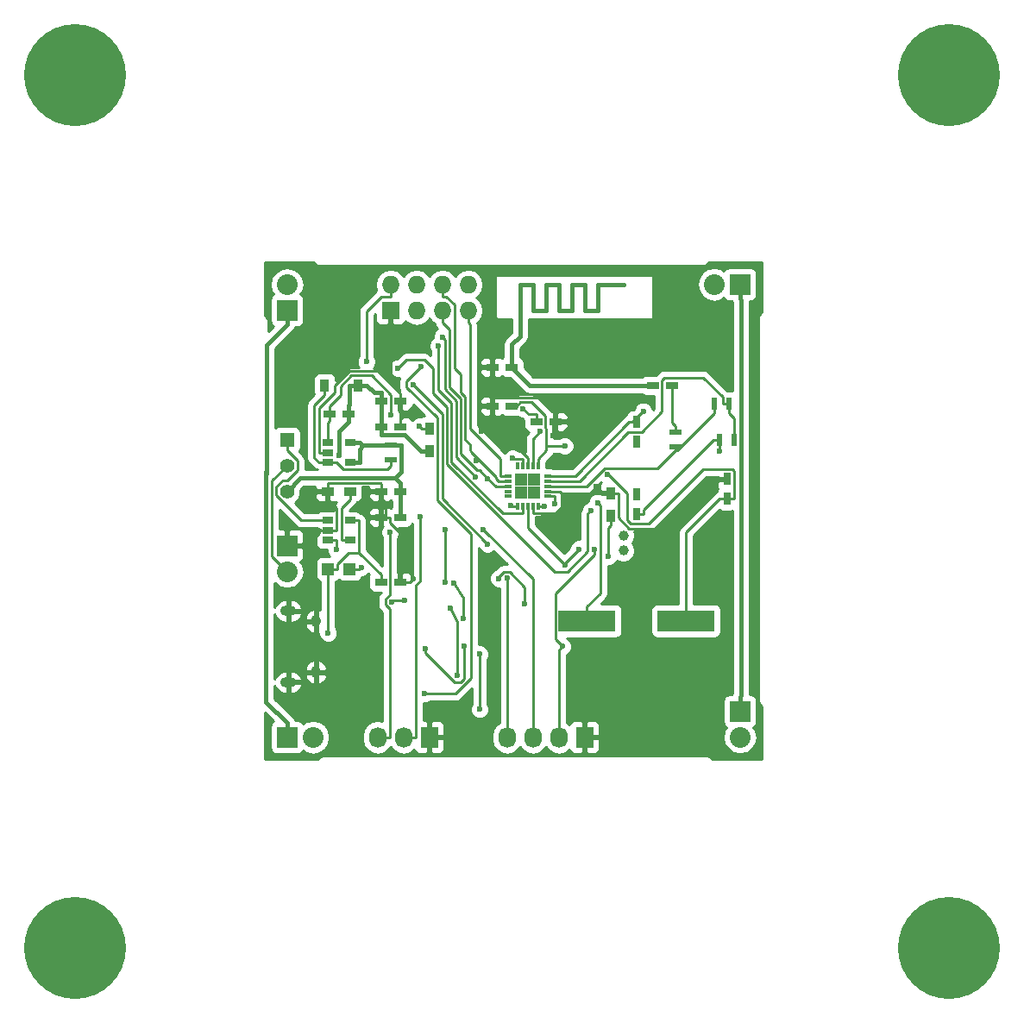
<source format=gbl>
G04 #@! TF.FileFunction,Copper,L2,Bot,Signal*
%FSLAX46Y46*%
G04 Gerber Fmt 4.6, Leading zero omitted, Abs format (unit mm)*
G04 Created by KiCad (PCBNEW 4.0.2+dfsg1-stable) date 2016年07月17日 星期日 15时22分32秒*
%MOMM*%
G01*
G04 APERTURE LIST*
%ADD10C,0.100000*%
%ADD11C,10.000000*%
%ADD12R,1.200000X0.750000*%
%ADD13R,0.750000X1.200000*%
%ADD14R,1.198880X1.198880*%
%ADD15R,1.198880X0.599440*%
%ADD16R,0.599440X1.198880*%
%ADD17R,2.032000X2.032000*%
%ADD18O,2.032000X2.032000*%
%ADD19R,1.727200X2.032000*%
%ADD20O,1.727200X2.032000*%
%ADD21R,0.900000X1.200000*%
%ADD22R,1.200000X0.900000*%
%ADD23R,0.730000X0.300000*%
%ADD24R,0.300000X0.730000*%
%ADD25R,1.250000X1.250000*%
%ADD26R,1.060000X0.650000*%
%ADD27C,1.000760*%
%ADD28R,5.600700X2.100580*%
%ADD29R,0.910000X1.220000*%
%ADD30R,1.397000X1.397000*%
%ADD31C,1.397000*%
%ADD32R,1.727200X1.727200*%
%ADD33O,1.727200X1.727200*%
%ADD34O,0.950000X1.250000*%
%ADD35O,1.550000X1.000000*%
%ADD36C,0.600000*%
%ADD37C,0.400000*%
%ADD38C,0.250000*%
%ADD39C,0.254000*%
G04 APERTURE END LIST*
D10*
D11*
X179006500Y-136537700D03*
X93268800Y-136537700D03*
X179006500Y-50888900D03*
D12*
X123256000Y-85394800D03*
X125156000Y-85394800D03*
X123256000Y-82854800D03*
X125156000Y-82854800D03*
X125156000Y-91744800D03*
X123256000Y-91744800D03*
X125156000Y-94284800D03*
X123256000Y-94284800D03*
D13*
X157226000Y-92440800D03*
X157226000Y-90540800D03*
D12*
X134178000Y-83362800D03*
X136078000Y-83362800D03*
X118176000Y-84124800D03*
X120076000Y-84124800D03*
X125156000Y-100634800D03*
X123256000Y-100634800D03*
X140396000Y-84886800D03*
X138496000Y-84886800D03*
X134178000Y-79552800D03*
X136078000Y-79552800D03*
X149926000Y-81330800D03*
X151826000Y-81330800D03*
D13*
X148336000Y-84952800D03*
X148336000Y-86852800D03*
X148336000Y-93964800D03*
X148336000Y-92064800D03*
D14*
X120175020Y-99364800D03*
X118076980Y-99364800D03*
D15*
X124206000Y-87233760D03*
X124206000Y-88635840D03*
D16*
X157419040Y-83108800D03*
X156016960Y-83108800D03*
D15*
X152146000Y-87365840D03*
X152146000Y-85963760D03*
D16*
X157927040Y-86664800D03*
X156524960Y-86664800D03*
D17*
X114046000Y-97078800D03*
D18*
X114046000Y-99618800D03*
D19*
X143256000Y-115874800D03*
D20*
X140716000Y-115874800D03*
X138176000Y-115874800D03*
X135636000Y-115874800D03*
D17*
X158496000Y-71424800D03*
D18*
X155956000Y-71424800D03*
D17*
X114046000Y-73964800D03*
D18*
X114046000Y-71424800D03*
D17*
X114046000Y-115874800D03*
D18*
X116586000Y-115874800D03*
D17*
X158496000Y-113334800D03*
D18*
X158496000Y-115874800D03*
D21*
X128016000Y-87764800D03*
X128016000Y-85564800D03*
D22*
X120226000Y-91744800D03*
X118026000Y-91744800D03*
D21*
X145796000Y-91914800D03*
X145796000Y-94114800D03*
D23*
X135703000Y-92236800D03*
X135703000Y-91736800D03*
X135703000Y-91236800D03*
X135703000Y-90736800D03*
X135703000Y-90236800D03*
D24*
X136668000Y-89271800D03*
X137168000Y-89271800D03*
X137668000Y-89271800D03*
X138168000Y-89271800D03*
X138668000Y-89271800D03*
D23*
X139633000Y-90236800D03*
X139633000Y-90736800D03*
X139633000Y-91236800D03*
X139633000Y-91736800D03*
X139633000Y-92236800D03*
D24*
X138668000Y-93201800D03*
X138168000Y-93201800D03*
X137668000Y-93201800D03*
X137168000Y-93201800D03*
X136668000Y-93201800D03*
D25*
X138293000Y-90611800D03*
X138293000Y-91861800D03*
X137043000Y-90611800D03*
X137043000Y-91861800D03*
D26*
X118026000Y-88884800D03*
X118026000Y-87934800D03*
X118026000Y-86984800D03*
X120226000Y-86984800D03*
X120226000Y-88884800D03*
X118026000Y-96504800D03*
X118026000Y-95554800D03*
X118026000Y-94604800D03*
X120226000Y-94604800D03*
X120226000Y-96504800D03*
D27*
X147066000Y-96075500D03*
X147066000Y-97574100D03*
D28*
X143487140Y-104444800D03*
X153184860Y-104444800D03*
D19*
X128016000Y-115874800D03*
D20*
X125476000Y-115874800D03*
X122936000Y-115874800D03*
D29*
X117745000Y-81330800D03*
X121015000Y-81330800D03*
D30*
X114046000Y-86664800D03*
D31*
X114046000Y-89204800D03*
X114046000Y-91744800D03*
D32*
X124206000Y-73964800D03*
D33*
X124206000Y-71424800D03*
X126746000Y-73964800D03*
X126746000Y-71424800D03*
X129286000Y-73964800D03*
X129286000Y-71424800D03*
X131826000Y-73964800D03*
X131826000Y-71424800D03*
D34*
X116878540Y-104483900D03*
X116878540Y-109483900D03*
D35*
X114178540Y-103483900D03*
X114178540Y-110483900D03*
D11*
X93268800Y-50888900D03*
D36*
X119126000Y-88230600D03*
X135958700Y-93162200D03*
X126423800Y-100292300D03*
X144353200Y-91264800D03*
X133143400Y-85838200D03*
X140144600Y-86289200D03*
X142212700Y-108415100D03*
X112072300Y-90013300D03*
X145479600Y-90104900D03*
X138879800Y-85890300D03*
X141289300Y-87288600D03*
X144522800Y-92853500D03*
X127050300Y-85359400D03*
X124230600Y-84215500D03*
X124947000Y-79634200D03*
X143853800Y-93633300D03*
X118077000Y-105666500D03*
X132954500Y-113146200D03*
X132954500Y-107732400D03*
X141078200Y-106964800D03*
X140323300Y-92977100D03*
X121832300Y-79012200D03*
X141308500Y-98970000D03*
X142674500Y-97406800D03*
X136170700Y-88493100D03*
X144188300Y-97414400D03*
X128892400Y-77442700D03*
X137205900Y-83612800D03*
X130048000Y-103174800D03*
X130773000Y-109844800D03*
X131312900Y-104198100D03*
X130443000Y-100758400D03*
X149000800Y-83882000D03*
X156525000Y-87773700D03*
X121336700Y-99194800D03*
X127115900Y-94264800D03*
X124181300Y-95753600D03*
X133315600Y-95497700D03*
X135636000Y-100283100D03*
X133713100Y-96905300D03*
X126432200Y-81289300D03*
X127222500Y-79466200D03*
X127535300Y-111613000D03*
X118881300Y-97433700D03*
X134805000Y-100298200D03*
X137392400Y-102808300D03*
X145542000Y-98156300D03*
X139336000Y-93245000D03*
X133744900Y-90464000D03*
X132626300Y-88700300D03*
X129284500Y-76608100D03*
X132553700Y-90317600D03*
X127588000Y-107155800D03*
X131442300Y-106964800D03*
X124305400Y-102580400D03*
X125556100Y-102449000D03*
X129551800Y-100670000D03*
X129551800Y-95464500D03*
D37*
X120159700Y-83265800D02*
X120076000Y-83349500D01*
X120159700Y-81330800D02*
X120159700Y-83265800D01*
X120076000Y-84124800D02*
X120076000Y-83349500D01*
X120076000Y-84124800D02*
X120076000Y-84900100D01*
X119126000Y-85850100D02*
X119126000Y-88230600D01*
X120076000Y-84900100D02*
X119126000Y-85850100D01*
X125571000Y-86170100D02*
X123256000Y-86170100D01*
X127165700Y-87764800D02*
X125571000Y-86170100D01*
X128016000Y-87764800D02*
X127165700Y-87764800D01*
X123256000Y-85394800D02*
X123256000Y-86170100D01*
X120587400Y-81330800D02*
X120159700Y-81330800D01*
X120587400Y-81330800D02*
X121015000Y-81330800D01*
X121015000Y-81330800D02*
X121870300Y-81330800D01*
X123256000Y-82467100D02*
X123256000Y-82079500D01*
X123256000Y-82467100D02*
X123256000Y-82854800D01*
X123256000Y-82854800D02*
X123256000Y-85394800D01*
X122619000Y-82079500D02*
X123256000Y-82079500D01*
X121870300Y-81330800D02*
X122619000Y-82079500D01*
D38*
X134178000Y-79552800D02*
X134178000Y-82666800D01*
X134178000Y-82666800D02*
X134178000Y-83362800D01*
X118881300Y-93375400D02*
X118026000Y-92520100D01*
X118881300Y-95554800D02*
X118881300Y-93375400D01*
X145796000Y-91914800D02*
X145020700Y-91914800D01*
X118453700Y-95554800D02*
X118881300Y-95554800D01*
X118453700Y-95554800D02*
X118026000Y-95554800D01*
X114046000Y-97078800D02*
X115387300Y-97078800D01*
X116878500Y-109483900D02*
X116878500Y-104483900D01*
X118026000Y-95554800D02*
X117170700Y-95554800D01*
X117170700Y-95861800D02*
X115953700Y-97078800D01*
X117170700Y-95554800D02*
X117170700Y-95861800D01*
X116878500Y-98003600D02*
X115953700Y-97078800D01*
X116878500Y-104483900D02*
X116878500Y-98003600D01*
X115953700Y-97078800D02*
X115387300Y-97078800D01*
X118026000Y-92132400D02*
X118026000Y-92520100D01*
X118026000Y-92132400D02*
X118026000Y-91744800D01*
X123181000Y-90969500D02*
X123256000Y-91044500D01*
X118026000Y-90969500D02*
X123181000Y-90969500D01*
X118026000Y-91744800D02*
X118026000Y-90969500D01*
X123256000Y-91744800D02*
X123256000Y-91044500D01*
X140858700Y-84886800D02*
X140396000Y-84886800D01*
X124181300Y-94836600D02*
X124181300Y-94284800D01*
X125156000Y-95811300D02*
X124181300Y-94836600D01*
X125156000Y-100634800D02*
X125156000Y-95811300D01*
X134178000Y-83362800D02*
X134178000Y-82662500D01*
X123256000Y-94284800D02*
X123718700Y-94284800D01*
X123718700Y-94284800D02*
X124181300Y-94284800D01*
X123718700Y-92907800D02*
X123256000Y-92445100D01*
X123718700Y-94284800D02*
X123718700Y-92907800D01*
X123256000Y-91744800D02*
X123256000Y-92445100D01*
X125156000Y-82504600D02*
X125156000Y-82154500D01*
X125156000Y-82504600D02*
X125156000Y-82854800D01*
X125156000Y-82854800D02*
X125156000Y-85394800D01*
X140781100Y-91736800D02*
X140959100Y-91914800D01*
X139633000Y-91736800D02*
X140781100Y-91736800D01*
X157226000Y-90540800D02*
X156525700Y-90540800D01*
X145796000Y-91914800D02*
X146571300Y-91914800D01*
X125156000Y-100634800D02*
X126081300Y-100634800D01*
X126423800Y-100292300D02*
X126081300Y-100634800D01*
X144353200Y-91914800D02*
X144353200Y-91264800D01*
X145020700Y-91914800D02*
X144353200Y-91914800D01*
X144353200Y-91914800D02*
X140959100Y-91914800D01*
X138168000Y-93201800D02*
X138168000Y-93892100D01*
X137668000Y-89271800D02*
X137668000Y-88581500D01*
X140367800Y-93892100D02*
X138168000Y-93892100D01*
X140959100Y-93300800D02*
X140367800Y-93892100D01*
X140959100Y-91914800D02*
X140959100Y-93300800D01*
X135998300Y-93201800D02*
X135958700Y-93162200D01*
X136668000Y-93201800D02*
X135998300Y-93201800D01*
X151687700Y-95378800D02*
X156525700Y-90540800D01*
X147617200Y-95378800D02*
X151687700Y-95378800D01*
X146571300Y-94332900D02*
X147617200Y-95378800D01*
X146571300Y-91914800D02*
X146571300Y-94332900D01*
X118026000Y-87934800D02*
X117170700Y-87934800D01*
X120151000Y-79930000D02*
X124206000Y-79930000D01*
X118711000Y-81370000D02*
X120151000Y-79930000D01*
X118711000Y-82024700D02*
X118711000Y-81370000D01*
X117170700Y-83565000D02*
X118711000Y-82024700D01*
X117170700Y-87934800D02*
X117170700Y-83565000D01*
X124206000Y-81204500D02*
X124206000Y-79930000D01*
X125156000Y-82154500D02*
X124206000Y-81204500D01*
X124206000Y-79930000D02*
X124206000Y-73964800D01*
X134178000Y-85519700D02*
X134178000Y-83362800D01*
X134743100Y-85519700D02*
X134178000Y-85519700D01*
X137668000Y-88444600D02*
X134743100Y-85519700D01*
X137668000Y-88581500D02*
X137668000Y-88444600D01*
X133461900Y-85519700D02*
X133143400Y-85838200D01*
X134178000Y-85519700D02*
X133461900Y-85519700D01*
X134303300Y-82537200D02*
X134178000Y-82662500D01*
X138746700Y-82537200D02*
X134303300Y-82537200D01*
X140396000Y-84186500D02*
X138746700Y-82537200D01*
X140396000Y-84886800D02*
X140396000Y-84536600D01*
X140396000Y-84536600D02*
X140396000Y-84186500D01*
X140144600Y-84788000D02*
X140144600Y-86289200D01*
X140396000Y-84536600D02*
X140144600Y-84788000D01*
X142212700Y-113490200D02*
X142212700Y-108415100D01*
X143256000Y-114533500D02*
X142212700Y-113490200D01*
X143256000Y-115874800D02*
X143256000Y-114533500D01*
D37*
X120226000Y-86984800D02*
X121156300Y-86984800D01*
X120226000Y-88884800D02*
X121156300Y-88884800D01*
X121156300Y-86984800D02*
X121466200Y-87294700D01*
X121156300Y-87604600D02*
X121466200Y-87294700D01*
X121156300Y-88884800D02*
X121156300Y-87604600D01*
X158627100Y-72972200D02*
X158496000Y-72841100D01*
X158627100Y-111787400D02*
X158627100Y-72972200D01*
X158496000Y-111918500D02*
X158627100Y-111787400D01*
X158496000Y-113334800D02*
X158496000Y-111918500D01*
X158496000Y-71424800D02*
X158496000Y-72841100D01*
X114046000Y-115874800D02*
X114046000Y-114458500D01*
X114046000Y-73964800D02*
X114046000Y-75381100D01*
X111991500Y-90094100D02*
X112072300Y-90013300D01*
X111991500Y-112404000D02*
X111991500Y-90094100D01*
X114046000Y-114458500D02*
X111991500Y-112404000D01*
X112072300Y-77354800D02*
X114046000Y-75381100D01*
X112072300Y-90013300D02*
X112072300Y-77354800D01*
X121527100Y-87233800D02*
X124206000Y-87233800D01*
X121466200Y-87294700D02*
X121527100Y-87233800D01*
X124206000Y-87233800D02*
X125205700Y-87233800D01*
X125156000Y-94284800D02*
X125156000Y-91744800D01*
X125156000Y-91744800D02*
X125156000Y-91119600D01*
X125205700Y-89869000D02*
X124630600Y-90444100D01*
X125205700Y-87233800D02*
X125205700Y-89869000D01*
X125156000Y-90969500D02*
X124630600Y-90444100D01*
X125156000Y-91119600D02*
X125156000Y-90969500D01*
X115346700Y-90444100D02*
X114046000Y-91744800D01*
X124630600Y-90444100D02*
X115346700Y-90444100D01*
D38*
X153184900Y-104444800D02*
X153184900Y-103757000D01*
X153184900Y-95781600D02*
X156525700Y-92440800D01*
X153184900Y-103757000D02*
X153184900Y-95781600D01*
X156988500Y-92440800D02*
X156525700Y-92440800D01*
X156988500Y-92440800D02*
X157226000Y-92440800D01*
X138168000Y-86602100D02*
X138168000Y-89271800D01*
X138879800Y-85890300D02*
X138168000Y-86602100D01*
X145556300Y-90104900D02*
X145479600Y-90104900D01*
X147428500Y-91977100D02*
X145556300Y-90104900D01*
X147428500Y-94553200D02*
X147428500Y-91977100D01*
X147803800Y-94928500D02*
X147428500Y-94553200D01*
X149516800Y-94928500D02*
X147803800Y-94928500D01*
X154874600Y-89570700D02*
X149516800Y-94928500D01*
X157736100Y-89570700D02*
X154874600Y-89570700D01*
X157926300Y-89760900D02*
X157736100Y-89570700D01*
X157926300Y-92440800D02*
X157926300Y-89760900D01*
X157226000Y-92440800D02*
X157926300Y-92440800D01*
X138668000Y-89271800D02*
X138668000Y-88581500D01*
X143487100Y-104444800D02*
X143487100Y-103069200D01*
X139505100Y-87744400D02*
X139505100Y-87288600D01*
X138668000Y-88581500D02*
X139505100Y-87744400D01*
X139505100Y-87288600D02*
X141289300Y-87288600D01*
X136571700Y-83362800D02*
X136078000Y-83362800D01*
X136571700Y-83362700D02*
X136571700Y-83362800D01*
X136946900Y-82987500D02*
X136571700Y-83362700D01*
X138045300Y-82987500D02*
X136946900Y-82987500D01*
X139421400Y-84363600D02*
X138045300Y-82987500D01*
X139421400Y-85547500D02*
X139421400Y-84363600D01*
X139505100Y-85631200D02*
X139421400Y-85547500D01*
X139505100Y-87288600D02*
X139505100Y-85631200D01*
X144813600Y-93144300D02*
X144522800Y-92853500D01*
X144813600Y-101742700D02*
X144813600Y-93144300D01*
X143487100Y-103069200D02*
X144813600Y-101742700D01*
X118026000Y-84975100D02*
X118176000Y-84825100D01*
X118026000Y-86984800D02*
X118026000Y-84975100D01*
X128016000Y-85564800D02*
X127240700Y-85564800D01*
X118176000Y-84362300D02*
X118176000Y-84825100D01*
X127050300Y-85374400D02*
X127050300Y-85359400D01*
X127240700Y-85564800D02*
X127050300Y-85374400D01*
X118176000Y-84362300D02*
X118176000Y-84124800D01*
X124230600Y-82257600D02*
X124230600Y-84215500D01*
X122353400Y-80380400D02*
X124230600Y-82257600D01*
X120355300Y-80380400D02*
X122353400Y-80380400D01*
X119320600Y-81415100D02*
X120355300Y-80380400D01*
X119320600Y-82279900D02*
X119320600Y-81415100D01*
X118176000Y-83424500D02*
X119320600Y-82279900D01*
X118176000Y-84124800D02*
X118176000Y-83424500D01*
X125768000Y-78813200D02*
X124947000Y-79634200D01*
X127510000Y-78813200D02*
X125768000Y-78813200D01*
X128398400Y-79701600D02*
X127510000Y-78813200D01*
X128398400Y-82114700D02*
X128398400Y-79701600D01*
X129736200Y-83452500D02*
X128398400Y-82114700D01*
X129736200Y-89073900D02*
X129736200Y-83452500D01*
X140290800Y-99628500D02*
X129736200Y-89073900D01*
X141564100Y-99628500D02*
X140290800Y-99628500D01*
X143563000Y-97629600D02*
X141564100Y-99628500D01*
X143563000Y-93924100D02*
X143563000Y-97629600D01*
X143853800Y-93633300D02*
X143563000Y-93924100D01*
X120226000Y-94604800D02*
X121081300Y-94604800D01*
X123256000Y-100634800D02*
X123256000Y-99934500D01*
X121081300Y-97759900D02*
X121081300Y-94604800D01*
X121081400Y-97759900D02*
X123256000Y-99934500D01*
X121081300Y-97759900D02*
X121081400Y-97759900D01*
X118077000Y-105666500D02*
X118077000Y-99364800D01*
X120100900Y-97759900D02*
X121081300Y-97759900D01*
X119001700Y-98859100D02*
X120100900Y-97759900D01*
X119001700Y-99364800D02*
X119001700Y-98859100D01*
X118077000Y-99364800D02*
X119001700Y-99364800D01*
X132954500Y-113146200D02*
X132954500Y-107732400D01*
X139633000Y-92236800D02*
X140323300Y-92236800D01*
X140323300Y-92236800D02*
X140323300Y-92977100D01*
X121832300Y-74095700D02*
X121832300Y-79012200D01*
X123314300Y-72613700D02*
X121832300Y-74095700D01*
X124206000Y-72613700D02*
X123314300Y-72613700D01*
X124206000Y-71424800D02*
X124206000Y-72613700D01*
X137168000Y-89271800D02*
X137168000Y-88581500D01*
X136259100Y-88581500D02*
X136170700Y-88493100D01*
X137168000Y-88581500D02*
X136259100Y-88581500D01*
X137668000Y-95329500D02*
X141308500Y-98970000D01*
X137668000Y-93201800D02*
X137668000Y-95329500D01*
X141308500Y-98772800D02*
X142674500Y-97406800D01*
X141308500Y-98970000D02*
X141308500Y-98772800D01*
X140716000Y-107327000D02*
X141078200Y-106964800D01*
X140716000Y-115874800D02*
X140716000Y-107327000D01*
X144188300Y-97926800D02*
X144188300Y-97414400D01*
X140361400Y-101753700D02*
X144188300Y-97926800D01*
X140361400Y-106248000D02*
X140361400Y-101753700D01*
X141078200Y-106964800D02*
X140361400Y-106248000D01*
X137779600Y-84186500D02*
X138496000Y-84186500D01*
X137205900Y-83612800D02*
X137779600Y-84186500D01*
X137168000Y-93201800D02*
X137168000Y-93892100D01*
X138496000Y-84886800D02*
X138496000Y-84186500D01*
X128892400Y-81746900D02*
X128892400Y-77442700D01*
X130186500Y-83041000D02*
X128892400Y-81746900D01*
X130186500Y-88863300D02*
X130186500Y-83041000D01*
X135215300Y-93892100D02*
X130186500Y-88863300D01*
X137168000Y-93892100D02*
X135215300Y-93892100D01*
X130048000Y-103174800D02*
X130773000Y-104572000D01*
X130773000Y-104572000D02*
X130773000Y-109844800D01*
X130443000Y-100758400D02*
X131318000Y-102158800D01*
X131318000Y-102158800D02*
X131312900Y-104198100D01*
X151826000Y-85018800D02*
X151826000Y-81330800D01*
X152146000Y-85338800D02*
X151826000Y-85018800D01*
X152146000Y-85963800D02*
X152146000Y-85338800D01*
X149036300Y-93528500D02*
X155900000Y-86664800D01*
X149036300Y-93964800D02*
X149036300Y-93528500D01*
X148336000Y-93964800D02*
X149036300Y-93964800D01*
X156525000Y-86664800D02*
X155900000Y-86664800D01*
X142351700Y-90236800D02*
X147635700Y-84952800D01*
X139633000Y-90236800D02*
X142351700Y-90236800D01*
X148336000Y-84952800D02*
X147919400Y-84952800D01*
X147919400Y-84952800D02*
X147635700Y-84952800D01*
X148990200Y-83882000D02*
X149000800Y-83882000D01*
X147919400Y-84952800D02*
X148990200Y-83882000D01*
X156525000Y-87773700D02*
X156525000Y-86664800D01*
X120175000Y-99364800D02*
X121099700Y-99364800D01*
X121269700Y-99194800D02*
X121336700Y-99194800D01*
X121099700Y-99364800D02*
X121269700Y-99194800D01*
X117745000Y-81330800D02*
X117745000Y-82266100D01*
X117598400Y-88884800D02*
X117170700Y-88884800D01*
X117598400Y-88884800D02*
X118026000Y-88884800D01*
X123931600Y-89535200D02*
X124206000Y-89260800D01*
X119531700Y-89535200D02*
X123931600Y-89535200D01*
X118881300Y-88884800D02*
X119531700Y-89535200D01*
X118026000Y-88884800D02*
X118881300Y-88884800D01*
X124206000Y-88635800D02*
X124206000Y-89260800D01*
X116720400Y-88434500D02*
X117170700Y-88884800D01*
X116720400Y-83290700D02*
X116720400Y-88434500D01*
X117745000Y-82266100D02*
X116720400Y-83290700D01*
X125476000Y-115874800D02*
X126664900Y-115874800D01*
X127115900Y-100521600D02*
X127115900Y-94264800D01*
X126664900Y-100972600D02*
X127115900Y-100521600D01*
X126664900Y-115874800D02*
X126664900Y-100972600D01*
X122936000Y-115874800D02*
X124124900Y-115874800D01*
X124124900Y-103284200D02*
X124124900Y-115874800D01*
X123680100Y-102839400D02*
X124124900Y-103284200D01*
X123680100Y-102321400D02*
X123680100Y-102839400D01*
X124181300Y-101820200D02*
X123680100Y-102321400D01*
X124181300Y-95753600D02*
X124181300Y-101820200D01*
X157927000Y-84541500D02*
X157419000Y-84033500D01*
X157927000Y-86664800D02*
X157927000Y-84541500D01*
X157419000Y-83571100D02*
X157419000Y-84033500D01*
X157419000Y-83571100D02*
X157419000Y-83108800D01*
X156794000Y-82483800D02*
X156794000Y-83108800D01*
X154880100Y-80569900D02*
X156794000Y-82483800D01*
X151109600Y-80569900D02*
X154880100Y-80569900D01*
X150851400Y-80828100D02*
X151109600Y-80569900D01*
X150851400Y-83930800D02*
X150851400Y-80828100D01*
X148854800Y-85927400D02*
X150851400Y-83930800D01*
X147546700Y-85927400D02*
X148854800Y-85927400D01*
X142737300Y-90736800D02*
X147546700Y-85927400D01*
X139633000Y-90736800D02*
X142737300Y-90736800D01*
X157419000Y-83108800D02*
X156794000Y-83108800D01*
X152146000Y-87365800D02*
X152146000Y-87678300D01*
X156017000Y-83108800D02*
X156017000Y-84033500D01*
X152372200Y-87678300D02*
X156017000Y-84033500D01*
X152146000Y-87678300D02*
X152372200Y-87678300D01*
X150365500Y-89458800D02*
X152146000Y-87678300D01*
X145185100Y-89458800D02*
X150365500Y-89458800D01*
X143407100Y-91236800D02*
X145185100Y-89458800D01*
X139633000Y-91236800D02*
X143407100Y-91236800D01*
X112534300Y-98107100D02*
X114046000Y-99618800D01*
X112534300Y-90716500D02*
X112534300Y-98107100D01*
X114046000Y-89204800D02*
X112534300Y-90716500D01*
X138176000Y-100358100D02*
X138176000Y-115874800D01*
X133315600Y-95497700D02*
X138176000Y-100358100D01*
X135636000Y-115874800D02*
X135636000Y-100283100D01*
X129285900Y-84143000D02*
X126432200Y-81289300D01*
X129285900Y-92478100D02*
X129285900Y-84143000D01*
X133713100Y-96905300D02*
X129285900Y-92478100D01*
X130591400Y-111613000D02*
X127535300Y-111613000D01*
X132107000Y-110097400D02*
X130591400Y-111613000D01*
X132107000Y-95936100D02*
X132107000Y-110097400D01*
X128791400Y-92620500D02*
X132107000Y-95936100D01*
X128791400Y-84533800D02*
X128791400Y-92620500D01*
X125757700Y-81500100D02*
X128791400Y-84533800D01*
X125757700Y-80931000D02*
X125757700Y-81500100D01*
X127222500Y-79466200D02*
X125757700Y-80931000D01*
X118026000Y-96504800D02*
X118881300Y-96504800D01*
X118881300Y-96504800D02*
X118881300Y-97433700D01*
X119370700Y-93375400D02*
X120226000Y-92520100D01*
X119370700Y-96504800D02*
X119370700Y-93375400D01*
X120226000Y-96504800D02*
X119370700Y-96504800D01*
X120226000Y-91744800D02*
X120226000Y-92520100D01*
X137392400Y-101153800D02*
X137392400Y-102808300D01*
X135872400Y-99633800D02*
X137392400Y-101153800D01*
X135341400Y-99633800D02*
X135872400Y-99633800D01*
X134805000Y-100170200D02*
X135341400Y-99633800D01*
X134805000Y-100298200D02*
X134805000Y-100170200D01*
X145542000Y-95294100D02*
X145542000Y-98156300D01*
X145796000Y-95040100D02*
X145542000Y-95294100D01*
X145796000Y-94114800D02*
X145796000Y-95040100D01*
X139292800Y-93201800D02*
X139336000Y-93245000D01*
X138668000Y-93201800D02*
X139292800Y-93201800D01*
X115458000Y-94604800D02*
X118026000Y-94604800D01*
X113003800Y-92150600D02*
X115458000Y-94604800D01*
X113003800Y-91266200D02*
X113003800Y-92150600D01*
X113607400Y-90662600D02*
X113003800Y-91266200D01*
X114090800Y-90662600D02*
X113607400Y-90662600D01*
X115077200Y-89676200D02*
X114090800Y-90662600D01*
X115077200Y-88719800D02*
X115077200Y-89676200D01*
X114046000Y-87688600D02*
X115077200Y-88719800D01*
X114046000Y-86664800D02*
X114046000Y-87688600D01*
X135703000Y-91236800D02*
X135012700Y-91236800D01*
X134517700Y-91236800D02*
X133744900Y-90464000D01*
X135012700Y-91236800D02*
X134517700Y-91236800D01*
X129286000Y-73964800D02*
X129286000Y-75153700D01*
X129974400Y-75842100D02*
X129286000Y-75153700D01*
X129974400Y-81555000D02*
X129974400Y-75842100D01*
X131087100Y-82667700D02*
X129974400Y-81555000D01*
X131087100Y-88045400D02*
X131087100Y-82667700D01*
X132734000Y-89692300D02*
X131087100Y-88045400D01*
X132973200Y-89692300D02*
X132734000Y-89692300D01*
X133744900Y-90464000D02*
X132973200Y-89692300D01*
X129286000Y-71424800D02*
X129286000Y-72613700D01*
X134805100Y-90736800D02*
X135703000Y-90736800D01*
X134532300Y-90464000D02*
X134805100Y-90736800D01*
X134532300Y-90313400D02*
X134532300Y-90464000D01*
X132772800Y-88553800D02*
X134532300Y-90313400D01*
X132626300Y-88700300D02*
X132772800Y-88553800D01*
X129657600Y-72613700D02*
X129286000Y-72613700D01*
X130474900Y-73431000D02*
X129657600Y-72613700D01*
X130474900Y-79628000D02*
X130474900Y-73431000D01*
X131087100Y-80240200D02*
X130474900Y-79628000D01*
X131087100Y-82030800D02*
X131087100Y-80240200D01*
X131537400Y-82481100D02*
X131087100Y-82030800D01*
X131537400Y-86658100D02*
X131537400Y-82481100D01*
X131987700Y-87108400D02*
X131537400Y-86658100D01*
X131987700Y-87672200D02*
X131987700Y-87108400D01*
X132078700Y-87763200D02*
X131987700Y-87672200D01*
X132078700Y-87859800D02*
X132078700Y-87763200D01*
X132772800Y-88553800D02*
X132078700Y-87859800D01*
X135703000Y-90236800D02*
X135012700Y-90236800D01*
X131826000Y-73964800D02*
X131826000Y-75153700D01*
X131987700Y-75315400D02*
X131826000Y-75153700D01*
X131987700Y-85566800D02*
X131987700Y-75315400D01*
X135012700Y-88591800D02*
X131987700Y-85566800D01*
X135012700Y-90236800D02*
X135012700Y-88591800D01*
X129524100Y-76847700D02*
X129284500Y-76608100D01*
X129524100Y-81741600D02*
X129524100Y-76847700D01*
X130636800Y-82854300D02*
X129524100Y-81741600D01*
X130636800Y-88400700D02*
X130636800Y-82854300D01*
X132553700Y-90317600D02*
X130636800Y-88400700D01*
X127588000Y-107589100D02*
X130474000Y-110475100D01*
X127588000Y-107155800D02*
X127588000Y-107589100D01*
X130474000Y-110475100D02*
X131073900Y-110475100D01*
X131073900Y-110475100D02*
X131442300Y-110106700D01*
X131442300Y-110106700D02*
X131442300Y-106964800D01*
X124436800Y-102449000D02*
X124305400Y-102580400D01*
X125556100Y-102449000D02*
X124436800Y-102449000D01*
X129551800Y-100670000D02*
X129551800Y-95464500D01*
D37*
X149926000Y-81330800D02*
X137856000Y-81330800D01*
X137856000Y-81330800D02*
X136078000Y-79552800D01*
X136078000Y-79552800D02*
X136078000Y-77332800D01*
X144526000Y-71424800D02*
X147066000Y-71424800D01*
X144526000Y-73964800D02*
X144526000Y-71424800D01*
X143256000Y-73964800D02*
X144526000Y-73964800D01*
X143256000Y-71424800D02*
X143256000Y-73964800D01*
X141986000Y-71424800D02*
X143256000Y-71424800D01*
X141986000Y-73964800D02*
X141986000Y-71424800D01*
X140716000Y-73964800D02*
X141986000Y-73964800D01*
X140716000Y-71424800D02*
X140716000Y-73964800D01*
X139446000Y-71424800D02*
X140716000Y-71424800D01*
X139446000Y-73964800D02*
X139446000Y-71424800D01*
X138176000Y-73964800D02*
X139446000Y-73964800D01*
X138176000Y-71424800D02*
X138176000Y-73964800D01*
X136906000Y-71424800D02*
X138176000Y-71424800D01*
X136906000Y-76504800D02*
X136906000Y-71424800D01*
X136078000Y-77332800D02*
X136906000Y-76504800D01*
D39*
G36*
X116723759Y-69343595D02*
X116749332Y-69381868D01*
X116787605Y-69407441D01*
X116812832Y-69432668D01*
X117035062Y-69581157D01*
X117297200Y-69633300D01*
X154838400Y-69633300D01*
X155100538Y-69581157D01*
X155322768Y-69432668D01*
X155327855Y-69425055D01*
X155335468Y-69419968D01*
X155489636Y-69265800D01*
X160655000Y-69265800D01*
X160655000Y-74075564D01*
X160513532Y-74217032D01*
X160365043Y-74439262D01*
X160312900Y-74701400D01*
X160314163Y-74707750D01*
X160312900Y-74714100D01*
X160312900Y-112255300D01*
X160365043Y-112517438D01*
X160513532Y-112739668D01*
X160627832Y-112853968D01*
X160655000Y-112872121D01*
X160655000Y-118033800D01*
X155845236Y-118033800D01*
X155729168Y-117917732D01*
X155506938Y-117769243D01*
X155244800Y-117717100D01*
X117627400Y-117717100D01*
X117365262Y-117769243D01*
X117143032Y-117917732D01*
X117065478Y-118033800D01*
X111887000Y-118033800D01*
X111887000Y-113480368D01*
X112714114Y-114307482D01*
X112578559Y-114394710D01*
X112433569Y-114606910D01*
X112382560Y-114858800D01*
X112382560Y-116890800D01*
X112426838Y-117126117D01*
X112565910Y-117342241D01*
X112778110Y-117487231D01*
X113030000Y-117538240D01*
X115062000Y-117538240D01*
X115297317Y-117493962D01*
X115513441Y-117354890D01*
X115615198Y-117205963D01*
X115954190Y-117432470D01*
X116586000Y-117558145D01*
X117217810Y-117432470D01*
X117753433Y-117074578D01*
X118111325Y-116538955D01*
X118237000Y-115907145D01*
X118237000Y-115842455D01*
X118111325Y-115210645D01*
X117753433Y-114675022D01*
X117217810Y-114317130D01*
X116586000Y-114191455D01*
X115954190Y-114317130D01*
X115614208Y-114544299D01*
X115526090Y-114407359D01*
X115313890Y-114262369D01*
X115062000Y-114211360D01*
X114831841Y-114211360D01*
X114817440Y-114138960D01*
X114636434Y-113868066D01*
X112826500Y-112058132D01*
X112826500Y-110820557D01*
X113011172Y-111196663D01*
X113351862Y-111483902D01*
X113776540Y-111618900D01*
X114051540Y-111618900D01*
X114051540Y-110610900D01*
X114305540Y-110610900D01*
X114305540Y-111618900D01*
X114580540Y-111618900D01*
X115005218Y-111483902D01*
X115345908Y-111196663D01*
X115547659Y-110785774D01*
X115421494Y-110610900D01*
X114305540Y-110610900D01*
X114051540Y-110610900D01*
X114031540Y-110610900D01*
X114031540Y-110356900D01*
X114051540Y-110356900D01*
X114051540Y-109348900D01*
X114305540Y-109348900D01*
X114305540Y-110356900D01*
X115421494Y-110356900D01*
X115547659Y-110182026D01*
X115352731Y-109785031D01*
X115777311Y-109785031D01*
X115918972Y-110194949D01*
X116206719Y-110519452D01*
X116580602Y-110703168D01*
X116751540Y-110576634D01*
X116751540Y-109610900D01*
X117005540Y-109610900D01*
X117005540Y-110576634D01*
X117176478Y-110703168D01*
X117550361Y-110519452D01*
X117838108Y-110194949D01*
X117979769Y-109785031D01*
X117831103Y-109610900D01*
X117005540Y-109610900D01*
X116751540Y-109610900D01*
X115925977Y-109610900D01*
X115777311Y-109785031D01*
X115352731Y-109785031D01*
X115345908Y-109771137D01*
X115005218Y-109483898D01*
X114580540Y-109348900D01*
X114305540Y-109348900D01*
X114051540Y-109348900D01*
X113776540Y-109348900D01*
X113351862Y-109483898D01*
X113011172Y-109771137D01*
X112826500Y-110147243D01*
X112826500Y-109182769D01*
X115777311Y-109182769D01*
X115925977Y-109356900D01*
X116751540Y-109356900D01*
X116751540Y-108391166D01*
X117005540Y-108391166D01*
X117005540Y-109356900D01*
X117831103Y-109356900D01*
X117979769Y-109182769D01*
X117838108Y-108772851D01*
X117550361Y-108448348D01*
X117176478Y-108264632D01*
X117005540Y-108391166D01*
X116751540Y-108391166D01*
X116580602Y-108264632D01*
X116206719Y-108448348D01*
X115918972Y-108772851D01*
X115777311Y-109182769D01*
X112826500Y-109182769D01*
X112826500Y-104785031D01*
X115777311Y-104785031D01*
X115918972Y-105194949D01*
X116206719Y-105519452D01*
X116580602Y-105703168D01*
X116751540Y-105576634D01*
X116751540Y-104610900D01*
X115925977Y-104610900D01*
X115777311Y-104785031D01*
X112826500Y-104785031D01*
X112826500Y-103820557D01*
X113011172Y-104196663D01*
X113351862Y-104483902D01*
X113776540Y-104618900D01*
X114051540Y-104618900D01*
X114051540Y-103610900D01*
X114305540Y-103610900D01*
X114305540Y-104618900D01*
X114580540Y-104618900D01*
X115005218Y-104483902D01*
X115345908Y-104196663D01*
X115352730Y-104182769D01*
X115777311Y-104182769D01*
X115925977Y-104356900D01*
X116751540Y-104356900D01*
X116751540Y-103391166D01*
X116580602Y-103264632D01*
X116206719Y-103448348D01*
X115918972Y-103772851D01*
X115777311Y-104182769D01*
X115352730Y-104182769D01*
X115547659Y-103785774D01*
X115421494Y-103610900D01*
X114305540Y-103610900D01*
X114051540Y-103610900D01*
X114031540Y-103610900D01*
X114031540Y-103356900D01*
X114051540Y-103356900D01*
X114051540Y-102348900D01*
X114305540Y-102348900D01*
X114305540Y-103356900D01*
X115421494Y-103356900D01*
X115547659Y-103182026D01*
X115345908Y-102771137D01*
X115005218Y-102483898D01*
X114580540Y-102348900D01*
X114305540Y-102348900D01*
X114051540Y-102348900D01*
X113776540Y-102348900D01*
X113351862Y-102483898D01*
X113011172Y-102771137D01*
X112826500Y-103147243D01*
X112826500Y-100756717D01*
X112846222Y-100786233D01*
X113381845Y-101144125D01*
X114013655Y-101269800D01*
X114078345Y-101269800D01*
X114710155Y-101144125D01*
X115245778Y-100786233D01*
X115603670Y-100250610D01*
X115729345Y-99618800D01*
X115603670Y-98986990D01*
X115379034Y-98650799D01*
X115421698Y-98633127D01*
X115600327Y-98454499D01*
X115697000Y-98221110D01*
X115697000Y-97364550D01*
X115538250Y-97205800D01*
X114173000Y-97205800D01*
X114173000Y-97225800D01*
X113919000Y-97225800D01*
X113919000Y-97205800D01*
X113899000Y-97205800D01*
X113899000Y-96951800D01*
X113919000Y-96951800D01*
X113919000Y-95586550D01*
X114173000Y-95586550D01*
X114173000Y-96951800D01*
X115538250Y-96951800D01*
X115697000Y-96793050D01*
X115697000Y-95936490D01*
X115600327Y-95703101D01*
X115421698Y-95524473D01*
X115188309Y-95427800D01*
X114331750Y-95427800D01*
X114173000Y-95586550D01*
X113919000Y-95586550D01*
X113760250Y-95427800D01*
X113294300Y-95427800D01*
X113294300Y-93515902D01*
X114920599Y-95142201D01*
X115167161Y-95306948D01*
X115458000Y-95364800D01*
X116956750Y-95364800D01*
X117019750Y-95427800D01*
X117100051Y-95427800D01*
X117244110Y-95526231D01*
X117381120Y-95553976D01*
X117260683Y-95576638D01*
X117097257Y-95681800D01*
X117019750Y-95681800D01*
X116861000Y-95840550D01*
X116861000Y-96006110D01*
X116876268Y-96042971D01*
X116848560Y-96179800D01*
X116848560Y-96829800D01*
X116892838Y-97065117D01*
X117031910Y-97281241D01*
X117244110Y-97426231D01*
X117496000Y-97477240D01*
X117946261Y-97477240D01*
X117946138Y-97618867D01*
X118088183Y-97962643D01*
X118243189Y-98117920D01*
X117477540Y-98117920D01*
X117242223Y-98162198D01*
X117026099Y-98301270D01*
X116881109Y-98513470D01*
X116830100Y-98765360D01*
X116830100Y-99964240D01*
X116874378Y-100199557D01*
X117013450Y-100415681D01*
X117225650Y-100560671D01*
X117317000Y-100579170D01*
X117317000Y-103333681D01*
X117176478Y-103264632D01*
X117005540Y-103391166D01*
X117005540Y-104356900D01*
X117025540Y-104356900D01*
X117025540Y-104610900D01*
X117005540Y-104610900D01*
X117005540Y-105576634D01*
X117141990Y-105677639D01*
X117141838Y-105851667D01*
X117283883Y-106195443D01*
X117546673Y-106458692D01*
X117890201Y-106601338D01*
X118262167Y-106601662D01*
X118605943Y-106459617D01*
X118869192Y-106196827D01*
X119011838Y-105853299D01*
X119012162Y-105481333D01*
X118870117Y-105137557D01*
X118837000Y-105104382D01*
X118837000Y-100581465D01*
X118911737Y-100567402D01*
X119127861Y-100428330D01*
X119128543Y-100427333D01*
X119323690Y-100560671D01*
X119575580Y-100611680D01*
X120774460Y-100611680D01*
X121009777Y-100567402D01*
X121225901Y-100428330D01*
X121370891Y-100216130D01*
X121388364Y-100129846D01*
X121521867Y-100129962D01*
X121865643Y-99987917D01*
X122050290Y-99803592D01*
X122138739Y-99892041D01*
X122059569Y-100007910D01*
X122008560Y-100259800D01*
X122008560Y-101009800D01*
X122052838Y-101245117D01*
X122191910Y-101461241D01*
X122404110Y-101606231D01*
X122656000Y-101657240D01*
X123269458Y-101657240D01*
X123142699Y-101783999D01*
X122977952Y-102030561D01*
X122920100Y-102321400D01*
X122920100Y-102839400D01*
X122977952Y-103130239D01*
X123142699Y-103376801D01*
X123364900Y-103599002D01*
X123364900Y-114276768D01*
X122936000Y-114191455D01*
X122362511Y-114305529D01*
X121876330Y-114630385D01*
X121551474Y-115116566D01*
X121437400Y-115690055D01*
X121437400Y-116059545D01*
X121551474Y-116633034D01*
X121876330Y-117119215D01*
X122362511Y-117444071D01*
X122936000Y-117558145D01*
X123509489Y-117444071D01*
X123995670Y-117119215D01*
X124206000Y-116804434D01*
X124416330Y-117119215D01*
X124902511Y-117444071D01*
X125476000Y-117558145D01*
X126049489Y-117444071D01*
X126535670Y-117119215D01*
X126550500Y-117097020D01*
X126614073Y-117250498D01*
X126792701Y-117429127D01*
X127026090Y-117525800D01*
X127730250Y-117525800D01*
X127889000Y-117367050D01*
X127889000Y-116001800D01*
X128143000Y-116001800D01*
X128143000Y-117367050D01*
X128301750Y-117525800D01*
X129005910Y-117525800D01*
X129239299Y-117429127D01*
X129417927Y-117250498D01*
X129514600Y-117017109D01*
X129514600Y-116160550D01*
X129355850Y-116001800D01*
X128143000Y-116001800D01*
X127889000Y-116001800D01*
X127869000Y-116001800D01*
X127869000Y-115747800D01*
X127889000Y-115747800D01*
X127889000Y-114382550D01*
X128143000Y-114382550D01*
X128143000Y-115747800D01*
X129355850Y-115747800D01*
X129514600Y-115589050D01*
X129514600Y-114732491D01*
X129417927Y-114499102D01*
X129239299Y-114320473D01*
X129005910Y-114223800D01*
X128301750Y-114223800D01*
X128143000Y-114382550D01*
X127889000Y-114382550D01*
X127730250Y-114223800D01*
X127424900Y-114223800D01*
X127424900Y-112547905D01*
X127720467Y-112548162D01*
X128064243Y-112406117D01*
X128097418Y-112373000D01*
X130591400Y-112373000D01*
X130882239Y-112315148D01*
X131128801Y-112150401D01*
X132194500Y-111084702D01*
X132194500Y-112583737D01*
X132162308Y-112615873D01*
X132019662Y-112959401D01*
X132019338Y-113331367D01*
X132161383Y-113675143D01*
X132424173Y-113938392D01*
X132767701Y-114081038D01*
X133139667Y-114081362D01*
X133483443Y-113939317D01*
X133746692Y-113676527D01*
X133889338Y-113332999D01*
X133889662Y-112961033D01*
X133747617Y-112617257D01*
X133714500Y-112584082D01*
X133714500Y-108294863D01*
X133746692Y-108262727D01*
X133889338Y-107919199D01*
X133889662Y-107547233D01*
X133747617Y-107203457D01*
X133484827Y-106940208D01*
X133141299Y-106797562D01*
X132867000Y-106797323D01*
X132867000Y-97306014D01*
X132919983Y-97434243D01*
X133182773Y-97697492D01*
X133526301Y-97840138D01*
X133898267Y-97840462D01*
X134242043Y-97698417D01*
X134341866Y-97598768D01*
X135616898Y-98873800D01*
X135341400Y-98873800D01*
X135050561Y-98931652D01*
X134803999Y-99096399D01*
X134479288Y-99421110D01*
X134276057Y-99505083D01*
X134012808Y-99767873D01*
X133870162Y-100111401D01*
X133869838Y-100483367D01*
X134011883Y-100827143D01*
X134274673Y-101090392D01*
X134618201Y-101233038D01*
X134876000Y-101233263D01*
X134876000Y-114430152D01*
X134576330Y-114630385D01*
X134251474Y-115116566D01*
X134137400Y-115690055D01*
X134137400Y-116059545D01*
X134251474Y-116633034D01*
X134576330Y-117119215D01*
X135062511Y-117444071D01*
X135636000Y-117558145D01*
X136209489Y-117444071D01*
X136695670Y-117119215D01*
X136906000Y-116804434D01*
X137116330Y-117119215D01*
X137602511Y-117444071D01*
X138176000Y-117558145D01*
X138749489Y-117444071D01*
X139235670Y-117119215D01*
X139446000Y-116804434D01*
X139656330Y-117119215D01*
X140142511Y-117444071D01*
X140716000Y-117558145D01*
X141289489Y-117444071D01*
X141775670Y-117119215D01*
X141790500Y-117097020D01*
X141854073Y-117250498D01*
X142032701Y-117429127D01*
X142266090Y-117525800D01*
X142970250Y-117525800D01*
X143129000Y-117367050D01*
X143129000Y-116001800D01*
X143383000Y-116001800D01*
X143383000Y-117367050D01*
X143541750Y-117525800D01*
X144245910Y-117525800D01*
X144479299Y-117429127D01*
X144657927Y-117250498D01*
X144754600Y-117017109D01*
X144754600Y-116160550D01*
X144595850Y-116001800D01*
X143383000Y-116001800D01*
X143129000Y-116001800D01*
X143109000Y-116001800D01*
X143109000Y-115747800D01*
X143129000Y-115747800D01*
X143129000Y-114382550D01*
X143383000Y-114382550D01*
X143383000Y-115747800D01*
X144595850Y-115747800D01*
X144754600Y-115589050D01*
X144754600Y-114732491D01*
X144657927Y-114499102D01*
X144479299Y-114320473D01*
X144245910Y-114223800D01*
X143541750Y-114223800D01*
X143383000Y-114382550D01*
X143129000Y-114382550D01*
X142970250Y-114223800D01*
X142266090Y-114223800D01*
X142032701Y-114320473D01*
X141854073Y-114499102D01*
X141790500Y-114652580D01*
X141775670Y-114630385D01*
X141476000Y-114430152D01*
X141476000Y-107812104D01*
X141607143Y-107757917D01*
X141870392Y-107495127D01*
X142013038Y-107151599D01*
X142013362Y-106779633D01*
X141871317Y-106435857D01*
X141608527Y-106172608D01*
X141536091Y-106142530D01*
X146287490Y-106142530D01*
X146522807Y-106098252D01*
X146738931Y-105959180D01*
X146883921Y-105746980D01*
X146934930Y-105495090D01*
X146934930Y-103394510D01*
X146890652Y-103159193D01*
X146751580Y-102943069D01*
X146539380Y-102798079D01*
X146287490Y-102747070D01*
X144884032Y-102747070D01*
X145351001Y-102280101D01*
X145515748Y-102033540D01*
X145573600Y-101742700D01*
X145573600Y-99091328D01*
X145727167Y-99091462D01*
X146070943Y-98949417D01*
X146334192Y-98686627D01*
X146404145Y-98518162D01*
X146422019Y-98536067D01*
X146839168Y-98709282D01*
X147290850Y-98709676D01*
X147708301Y-98537189D01*
X148027967Y-98218081D01*
X148201182Y-97800932D01*
X148201576Y-97349250D01*
X148029089Y-96931799D01*
X147922370Y-96824894D01*
X148027967Y-96719481D01*
X148201182Y-96302332D01*
X148201576Y-95850650D01*
X148134577Y-95688500D01*
X149516800Y-95688500D01*
X149807639Y-95630648D01*
X150054201Y-95465901D01*
X155189402Y-90330700D01*
X156291650Y-90330700D01*
X156374750Y-90413800D01*
X157099000Y-90413800D01*
X157099000Y-90393800D01*
X157166300Y-90393800D01*
X157166300Y-90687800D01*
X157099000Y-90687800D01*
X157099000Y-90667800D01*
X156374750Y-90667800D01*
X156216000Y-90826550D01*
X156216000Y-91267109D01*
X156312673Y-91500498D01*
X156314043Y-91501868D01*
X156254569Y-91588910D01*
X156222584Y-91746855D01*
X155988299Y-91903399D01*
X152647499Y-95244199D01*
X152482752Y-95490761D01*
X152424900Y-95781600D01*
X152424900Y-102747070D01*
X150384510Y-102747070D01*
X150149193Y-102791348D01*
X149933069Y-102930420D01*
X149788079Y-103142620D01*
X149737070Y-103394510D01*
X149737070Y-105495090D01*
X149781348Y-105730407D01*
X149920420Y-105946531D01*
X150132620Y-106091521D01*
X150384510Y-106142530D01*
X155985210Y-106142530D01*
X156220527Y-106098252D01*
X156436651Y-105959180D01*
X156581641Y-105746980D01*
X156632650Y-105495090D01*
X156632650Y-103394510D01*
X156588372Y-103159193D01*
X156449300Y-102943069D01*
X156237100Y-102798079D01*
X155985210Y-102747070D01*
X153944900Y-102747070D01*
X153944900Y-96096402D01*
X156483241Y-93558061D01*
X156599110Y-93637231D01*
X156851000Y-93688240D01*
X157601000Y-93688240D01*
X157792100Y-93652282D01*
X157792100Y-111497880D01*
X157724561Y-111598959D01*
X157710159Y-111671360D01*
X157480000Y-111671360D01*
X157244683Y-111715638D01*
X157028559Y-111854710D01*
X156883569Y-112066910D01*
X156832560Y-112318800D01*
X156832560Y-114350800D01*
X156876838Y-114586117D01*
X157015910Y-114802241D01*
X157164837Y-114903998D01*
X156938330Y-115242990D01*
X156812655Y-115874800D01*
X156938330Y-116506610D01*
X157296222Y-117042233D01*
X157831845Y-117400125D01*
X158463655Y-117525800D01*
X158528345Y-117525800D01*
X159160155Y-117400125D01*
X159695778Y-117042233D01*
X160053670Y-116506610D01*
X160179345Y-115874800D01*
X160053670Y-115242990D01*
X159826501Y-114903008D01*
X159963441Y-114814890D01*
X160108431Y-114602690D01*
X160159440Y-114350800D01*
X160159440Y-112318800D01*
X160115162Y-112083483D01*
X159976090Y-111867359D01*
X159763890Y-111722369D01*
X159512000Y-111671360D01*
X159462100Y-111671360D01*
X159462100Y-73088240D01*
X159512000Y-73088240D01*
X159747317Y-73043962D01*
X159963441Y-72904890D01*
X160108431Y-72692690D01*
X160159440Y-72440800D01*
X160159440Y-70408800D01*
X160115162Y-70173483D01*
X159976090Y-69957359D01*
X159763890Y-69812369D01*
X159512000Y-69761360D01*
X157480000Y-69761360D01*
X157244683Y-69805638D01*
X157028559Y-69944710D01*
X156926802Y-70093637D01*
X156587810Y-69867130D01*
X155956000Y-69741455D01*
X155324190Y-69867130D01*
X154788567Y-70225022D01*
X154430675Y-70760645D01*
X154305000Y-71392455D01*
X154305000Y-71457145D01*
X154430675Y-72088955D01*
X154788567Y-72624578D01*
X155324190Y-72982470D01*
X155956000Y-73108145D01*
X156587810Y-72982470D01*
X156927792Y-72755301D01*
X157015910Y-72892241D01*
X157228110Y-73037231D01*
X157480000Y-73088240D01*
X157710159Y-73088240D01*
X157724561Y-73160641D01*
X157792100Y-73261720D01*
X157792100Y-81876772D01*
X157718760Y-81861920D01*
X157246922Y-81861920D01*
X155417501Y-80032499D01*
X155170939Y-79867752D01*
X154880100Y-79809900D01*
X151109600Y-79809900D01*
X150818761Y-79867752D01*
X150572199Y-80032499D01*
X150313999Y-80290699D01*
X150302198Y-80308360D01*
X149326000Y-80308360D01*
X149090683Y-80352638D01*
X148874559Y-80491710D01*
X148871764Y-80495800D01*
X138201868Y-80495800D01*
X137325440Y-79619372D01*
X137325440Y-79177800D01*
X137281162Y-78942483D01*
X137142090Y-78726359D01*
X136929890Y-78581369D01*
X136913000Y-78577949D01*
X136913000Y-77678668D01*
X137496434Y-77095234D01*
X137617693Y-76913757D01*
X137677439Y-76824341D01*
X137741000Y-76504800D01*
X137741000Y-74803000D01*
X149860000Y-74803000D01*
X149906159Y-74794315D01*
X149948553Y-74767035D01*
X149976994Y-74725410D01*
X149987000Y-74676000D01*
X149987000Y-70612000D01*
X149978315Y-70565841D01*
X149951035Y-70523447D01*
X149909410Y-70495006D01*
X149860000Y-70485000D01*
X134620000Y-70485000D01*
X134573841Y-70493685D01*
X134531447Y-70520965D01*
X134503006Y-70562590D01*
X134493000Y-70612000D01*
X134493000Y-74676000D01*
X134501685Y-74722159D01*
X134528965Y-74764553D01*
X134570590Y-74792994D01*
X134620000Y-74803000D01*
X136071000Y-74803000D01*
X136071000Y-76158932D01*
X135487566Y-76742366D01*
X135306561Y-77013259D01*
X135243000Y-77332800D01*
X135243000Y-78574578D01*
X135242683Y-78574638D01*
X135139354Y-78641129D01*
X135137698Y-78639473D01*
X134904309Y-78542800D01*
X134463750Y-78542800D01*
X134305000Y-78701550D01*
X134305000Y-79425800D01*
X134325000Y-79425800D01*
X134325000Y-79679800D01*
X134305000Y-79679800D01*
X134305000Y-80404050D01*
X134463750Y-80562800D01*
X134904309Y-80562800D01*
X135137698Y-80466127D01*
X135139068Y-80464757D01*
X135226110Y-80524231D01*
X135478000Y-80575240D01*
X135919572Y-80575240D01*
X137265566Y-81921234D01*
X137536460Y-82102240D01*
X137856000Y-82165800D01*
X148874437Y-82165800D01*
X149074110Y-82302231D01*
X149326000Y-82353240D01*
X150091400Y-82353240D01*
X150091400Y-83615998D01*
X149935897Y-83771501D01*
X149935962Y-83696833D01*
X149793917Y-83353057D01*
X149531127Y-83089808D01*
X149187599Y-82947162D01*
X148815633Y-82946838D01*
X148471857Y-83088883D01*
X148208608Y-83351673D01*
X148065962Y-83695201D01*
X148065953Y-83705360D01*
X147961000Y-83705360D01*
X147725683Y-83749638D01*
X147509559Y-83888710D01*
X147364569Y-84100910D01*
X147332584Y-84258854D01*
X147098299Y-84415399D01*
X142036898Y-89476800D01*
X140182884Y-89476800D01*
X139998000Y-89439360D01*
X139465440Y-89439360D01*
X139465440Y-88906800D01*
X139457848Y-88866454D01*
X140042501Y-88281801D01*
X140198321Y-88048600D01*
X140726837Y-88048600D01*
X140758973Y-88080792D01*
X141102501Y-88223438D01*
X141474467Y-88223762D01*
X141818243Y-88081717D01*
X142081492Y-87818927D01*
X142224138Y-87475399D01*
X142224462Y-87103433D01*
X142082417Y-86759657D01*
X141819627Y-86496408D01*
X141476099Y-86353762D01*
X141104133Y-86353438D01*
X140760357Y-86495483D01*
X140727182Y-86528600D01*
X140265100Y-86528600D01*
X140265100Y-85741950D01*
X140269000Y-85738050D01*
X140269000Y-85013800D01*
X140523000Y-85013800D01*
X140523000Y-85738050D01*
X140681750Y-85896800D01*
X141122309Y-85896800D01*
X141355698Y-85800127D01*
X141534327Y-85621499D01*
X141631000Y-85388110D01*
X141631000Y-85172550D01*
X141472250Y-85013800D01*
X140523000Y-85013800D01*
X140269000Y-85013800D01*
X140249000Y-85013800D01*
X140249000Y-84759800D01*
X140269000Y-84759800D01*
X140269000Y-84035550D01*
X140523000Y-84035550D01*
X140523000Y-84759800D01*
X141472250Y-84759800D01*
X141631000Y-84601050D01*
X141631000Y-84385490D01*
X141534327Y-84152101D01*
X141355698Y-83973473D01*
X141122309Y-83876800D01*
X140681750Y-83876800D01*
X140523000Y-84035550D01*
X140269000Y-84035550D01*
X140110250Y-83876800D01*
X139992612Y-83876800D01*
X139958801Y-83826199D01*
X138582701Y-82450099D01*
X138336139Y-82285352D01*
X138045300Y-82227500D01*
X136946900Y-82227500D01*
X136656061Y-82285352D01*
X136573735Y-82340360D01*
X135478000Y-82340360D01*
X135242683Y-82384638D01*
X135139354Y-82451129D01*
X135137698Y-82449473D01*
X134904309Y-82352800D01*
X134463750Y-82352800D01*
X134305000Y-82511550D01*
X134305000Y-83235800D01*
X134325000Y-83235800D01*
X134325000Y-83489800D01*
X134305000Y-83489800D01*
X134305000Y-84214050D01*
X134463750Y-84372800D01*
X134904309Y-84372800D01*
X135137698Y-84276127D01*
X135139068Y-84274757D01*
X135226110Y-84334231D01*
X135478000Y-84385240D01*
X136655855Y-84385240D01*
X136675573Y-84404992D01*
X137019101Y-84547638D01*
X137065977Y-84547679D01*
X137242199Y-84723901D01*
X137248560Y-84728151D01*
X137248560Y-85261800D01*
X137292838Y-85497117D01*
X137431910Y-85713241D01*
X137644110Y-85858231D01*
X137804573Y-85890725D01*
X137630599Y-86064699D01*
X137465852Y-86311261D01*
X137408000Y-86602100D01*
X137408000Y-87869239D01*
X137168000Y-87821500D01*
X136821409Y-87821500D01*
X136701027Y-87700908D01*
X136357499Y-87558262D01*
X135985533Y-87557938D01*
X135641757Y-87699983D01*
X135418526Y-87922824D01*
X132747700Y-85251998D01*
X132747700Y-83648550D01*
X132943000Y-83648550D01*
X132943000Y-83864110D01*
X133039673Y-84097499D01*
X133218302Y-84276127D01*
X133451691Y-84372800D01*
X133892250Y-84372800D01*
X134051000Y-84214050D01*
X134051000Y-83489800D01*
X133101750Y-83489800D01*
X132943000Y-83648550D01*
X132747700Y-83648550D01*
X132747700Y-82861490D01*
X132943000Y-82861490D01*
X132943000Y-83077050D01*
X133101750Y-83235800D01*
X134051000Y-83235800D01*
X134051000Y-82511550D01*
X133892250Y-82352800D01*
X133451691Y-82352800D01*
X133218302Y-82449473D01*
X133039673Y-82628101D01*
X132943000Y-82861490D01*
X132747700Y-82861490D01*
X132747700Y-79838550D01*
X132943000Y-79838550D01*
X132943000Y-80054110D01*
X133039673Y-80287499D01*
X133218302Y-80466127D01*
X133451691Y-80562800D01*
X133892250Y-80562800D01*
X134051000Y-80404050D01*
X134051000Y-79679800D01*
X133101750Y-79679800D01*
X132943000Y-79838550D01*
X132747700Y-79838550D01*
X132747700Y-79051490D01*
X132943000Y-79051490D01*
X132943000Y-79267050D01*
X133101750Y-79425800D01*
X134051000Y-79425800D01*
X134051000Y-78701550D01*
X133892250Y-78542800D01*
X133451691Y-78542800D01*
X133218302Y-78639473D01*
X133039673Y-78818101D01*
X132943000Y-79051490D01*
X132747700Y-79051490D01*
X132747700Y-75315400D01*
X132717960Y-75165889D01*
X132885670Y-75053829D01*
X133210526Y-74567648D01*
X133324600Y-73994159D01*
X133324600Y-73935441D01*
X133210526Y-73361952D01*
X132885670Y-72875771D01*
X132614828Y-72694800D01*
X132885670Y-72513829D01*
X133210526Y-72027648D01*
X133324600Y-71454159D01*
X133324600Y-71395441D01*
X133210526Y-70821952D01*
X132885670Y-70335771D01*
X132399489Y-70010915D01*
X131826000Y-69896841D01*
X131252511Y-70010915D01*
X130766330Y-70335771D01*
X130556000Y-70650552D01*
X130345670Y-70335771D01*
X129859489Y-70010915D01*
X129286000Y-69896841D01*
X128712511Y-70010915D01*
X128226330Y-70335771D01*
X128016000Y-70650552D01*
X127805670Y-70335771D01*
X127319489Y-70010915D01*
X126746000Y-69896841D01*
X126172511Y-70010915D01*
X125686330Y-70335771D01*
X125476000Y-70650552D01*
X125265670Y-70335771D01*
X124779489Y-70010915D01*
X124206000Y-69896841D01*
X123632511Y-70010915D01*
X123146330Y-70335771D01*
X122821474Y-70821952D01*
X122707400Y-71395441D01*
X122707400Y-71454159D01*
X122821474Y-72027648D01*
X122830189Y-72040691D01*
X122776898Y-72076299D01*
X121294899Y-73558299D01*
X121130152Y-73804861D01*
X121072300Y-74095700D01*
X121072300Y-78449737D01*
X121040108Y-78481873D01*
X120897462Y-78825401D01*
X120897138Y-79197367D01*
X121039183Y-79541143D01*
X121118302Y-79620400D01*
X120355300Y-79620400D01*
X120064461Y-79678252D01*
X119817899Y-79842999D01*
X118847440Y-80813458D01*
X118847440Y-80720800D01*
X118803162Y-80485483D01*
X118664090Y-80269359D01*
X118451890Y-80124369D01*
X118200000Y-80073360D01*
X117290000Y-80073360D01*
X117054683Y-80117638D01*
X116838559Y-80256710D01*
X116693569Y-80468910D01*
X116642560Y-80720800D01*
X116642560Y-81940800D01*
X116686838Y-82176117D01*
X116715554Y-82220744D01*
X116182999Y-82753299D01*
X116018252Y-82999861D01*
X115960400Y-83290700D01*
X115960400Y-88434500D01*
X116018252Y-88725339D01*
X116182999Y-88971901D01*
X116633299Y-89422201D01*
X116879860Y-89586948D01*
X116991225Y-89609100D01*
X115837200Y-89609100D01*
X115837200Y-88719800D01*
X115779348Y-88428961D01*
X115614601Y-88182399D01*
X115221778Y-87789576D01*
X115340931Y-87615190D01*
X115391940Y-87363300D01*
X115391940Y-85966300D01*
X115347662Y-85730983D01*
X115208590Y-85514859D01*
X114996390Y-85369869D01*
X114744500Y-85318860D01*
X113347500Y-85318860D01*
X113112183Y-85363138D01*
X112907300Y-85494977D01*
X112907300Y-77700668D01*
X114636434Y-75971534D01*
X114675077Y-75913700D01*
X114817439Y-75700641D01*
X114831841Y-75628240D01*
X115062000Y-75628240D01*
X115297317Y-75583962D01*
X115513441Y-75444890D01*
X115658431Y-75232690D01*
X115709440Y-74980800D01*
X115709440Y-72948800D01*
X115665162Y-72713483D01*
X115526090Y-72497359D01*
X115377163Y-72395602D01*
X115603670Y-72056610D01*
X115729345Y-71424800D01*
X115603670Y-70792990D01*
X115245778Y-70257367D01*
X114710155Y-69899475D01*
X114078345Y-69773800D01*
X114013655Y-69773800D01*
X113381845Y-69899475D01*
X112846222Y-70257367D01*
X112488330Y-70792990D01*
X112362655Y-71424800D01*
X112488330Y-72056610D01*
X112715499Y-72396592D01*
X112578559Y-72484710D01*
X112433569Y-72696910D01*
X112382560Y-72948800D01*
X112382560Y-74980800D01*
X112426838Y-75216117D01*
X112565910Y-75432241D01*
X112713290Y-75532942D01*
X112178300Y-76067932D01*
X112178300Y-75069700D01*
X112175774Y-75057000D01*
X112178300Y-75044300D01*
X112126157Y-74782162D01*
X111977668Y-74559932D01*
X111939395Y-74534359D01*
X111887000Y-74481964D01*
X111887000Y-69265800D01*
X116645964Y-69265800D01*
X116723759Y-69343595D01*
X116723759Y-69343595D01*
G37*
X116723759Y-69343595D02*
X116749332Y-69381868D01*
X116787605Y-69407441D01*
X116812832Y-69432668D01*
X117035062Y-69581157D01*
X117297200Y-69633300D01*
X154838400Y-69633300D01*
X155100538Y-69581157D01*
X155322768Y-69432668D01*
X155327855Y-69425055D01*
X155335468Y-69419968D01*
X155489636Y-69265800D01*
X160655000Y-69265800D01*
X160655000Y-74075564D01*
X160513532Y-74217032D01*
X160365043Y-74439262D01*
X160312900Y-74701400D01*
X160314163Y-74707750D01*
X160312900Y-74714100D01*
X160312900Y-112255300D01*
X160365043Y-112517438D01*
X160513532Y-112739668D01*
X160627832Y-112853968D01*
X160655000Y-112872121D01*
X160655000Y-118033800D01*
X155845236Y-118033800D01*
X155729168Y-117917732D01*
X155506938Y-117769243D01*
X155244800Y-117717100D01*
X117627400Y-117717100D01*
X117365262Y-117769243D01*
X117143032Y-117917732D01*
X117065478Y-118033800D01*
X111887000Y-118033800D01*
X111887000Y-113480368D01*
X112714114Y-114307482D01*
X112578559Y-114394710D01*
X112433569Y-114606910D01*
X112382560Y-114858800D01*
X112382560Y-116890800D01*
X112426838Y-117126117D01*
X112565910Y-117342241D01*
X112778110Y-117487231D01*
X113030000Y-117538240D01*
X115062000Y-117538240D01*
X115297317Y-117493962D01*
X115513441Y-117354890D01*
X115615198Y-117205963D01*
X115954190Y-117432470D01*
X116586000Y-117558145D01*
X117217810Y-117432470D01*
X117753433Y-117074578D01*
X118111325Y-116538955D01*
X118237000Y-115907145D01*
X118237000Y-115842455D01*
X118111325Y-115210645D01*
X117753433Y-114675022D01*
X117217810Y-114317130D01*
X116586000Y-114191455D01*
X115954190Y-114317130D01*
X115614208Y-114544299D01*
X115526090Y-114407359D01*
X115313890Y-114262369D01*
X115062000Y-114211360D01*
X114831841Y-114211360D01*
X114817440Y-114138960D01*
X114636434Y-113868066D01*
X112826500Y-112058132D01*
X112826500Y-110820557D01*
X113011172Y-111196663D01*
X113351862Y-111483902D01*
X113776540Y-111618900D01*
X114051540Y-111618900D01*
X114051540Y-110610900D01*
X114305540Y-110610900D01*
X114305540Y-111618900D01*
X114580540Y-111618900D01*
X115005218Y-111483902D01*
X115345908Y-111196663D01*
X115547659Y-110785774D01*
X115421494Y-110610900D01*
X114305540Y-110610900D01*
X114051540Y-110610900D01*
X114031540Y-110610900D01*
X114031540Y-110356900D01*
X114051540Y-110356900D01*
X114051540Y-109348900D01*
X114305540Y-109348900D01*
X114305540Y-110356900D01*
X115421494Y-110356900D01*
X115547659Y-110182026D01*
X115352731Y-109785031D01*
X115777311Y-109785031D01*
X115918972Y-110194949D01*
X116206719Y-110519452D01*
X116580602Y-110703168D01*
X116751540Y-110576634D01*
X116751540Y-109610900D01*
X117005540Y-109610900D01*
X117005540Y-110576634D01*
X117176478Y-110703168D01*
X117550361Y-110519452D01*
X117838108Y-110194949D01*
X117979769Y-109785031D01*
X117831103Y-109610900D01*
X117005540Y-109610900D01*
X116751540Y-109610900D01*
X115925977Y-109610900D01*
X115777311Y-109785031D01*
X115352731Y-109785031D01*
X115345908Y-109771137D01*
X115005218Y-109483898D01*
X114580540Y-109348900D01*
X114305540Y-109348900D01*
X114051540Y-109348900D01*
X113776540Y-109348900D01*
X113351862Y-109483898D01*
X113011172Y-109771137D01*
X112826500Y-110147243D01*
X112826500Y-109182769D01*
X115777311Y-109182769D01*
X115925977Y-109356900D01*
X116751540Y-109356900D01*
X116751540Y-108391166D01*
X117005540Y-108391166D01*
X117005540Y-109356900D01*
X117831103Y-109356900D01*
X117979769Y-109182769D01*
X117838108Y-108772851D01*
X117550361Y-108448348D01*
X117176478Y-108264632D01*
X117005540Y-108391166D01*
X116751540Y-108391166D01*
X116580602Y-108264632D01*
X116206719Y-108448348D01*
X115918972Y-108772851D01*
X115777311Y-109182769D01*
X112826500Y-109182769D01*
X112826500Y-104785031D01*
X115777311Y-104785031D01*
X115918972Y-105194949D01*
X116206719Y-105519452D01*
X116580602Y-105703168D01*
X116751540Y-105576634D01*
X116751540Y-104610900D01*
X115925977Y-104610900D01*
X115777311Y-104785031D01*
X112826500Y-104785031D01*
X112826500Y-103820557D01*
X113011172Y-104196663D01*
X113351862Y-104483902D01*
X113776540Y-104618900D01*
X114051540Y-104618900D01*
X114051540Y-103610900D01*
X114305540Y-103610900D01*
X114305540Y-104618900D01*
X114580540Y-104618900D01*
X115005218Y-104483902D01*
X115345908Y-104196663D01*
X115352730Y-104182769D01*
X115777311Y-104182769D01*
X115925977Y-104356900D01*
X116751540Y-104356900D01*
X116751540Y-103391166D01*
X116580602Y-103264632D01*
X116206719Y-103448348D01*
X115918972Y-103772851D01*
X115777311Y-104182769D01*
X115352730Y-104182769D01*
X115547659Y-103785774D01*
X115421494Y-103610900D01*
X114305540Y-103610900D01*
X114051540Y-103610900D01*
X114031540Y-103610900D01*
X114031540Y-103356900D01*
X114051540Y-103356900D01*
X114051540Y-102348900D01*
X114305540Y-102348900D01*
X114305540Y-103356900D01*
X115421494Y-103356900D01*
X115547659Y-103182026D01*
X115345908Y-102771137D01*
X115005218Y-102483898D01*
X114580540Y-102348900D01*
X114305540Y-102348900D01*
X114051540Y-102348900D01*
X113776540Y-102348900D01*
X113351862Y-102483898D01*
X113011172Y-102771137D01*
X112826500Y-103147243D01*
X112826500Y-100756717D01*
X112846222Y-100786233D01*
X113381845Y-101144125D01*
X114013655Y-101269800D01*
X114078345Y-101269800D01*
X114710155Y-101144125D01*
X115245778Y-100786233D01*
X115603670Y-100250610D01*
X115729345Y-99618800D01*
X115603670Y-98986990D01*
X115379034Y-98650799D01*
X115421698Y-98633127D01*
X115600327Y-98454499D01*
X115697000Y-98221110D01*
X115697000Y-97364550D01*
X115538250Y-97205800D01*
X114173000Y-97205800D01*
X114173000Y-97225800D01*
X113919000Y-97225800D01*
X113919000Y-97205800D01*
X113899000Y-97205800D01*
X113899000Y-96951800D01*
X113919000Y-96951800D01*
X113919000Y-95586550D01*
X114173000Y-95586550D01*
X114173000Y-96951800D01*
X115538250Y-96951800D01*
X115697000Y-96793050D01*
X115697000Y-95936490D01*
X115600327Y-95703101D01*
X115421698Y-95524473D01*
X115188309Y-95427800D01*
X114331750Y-95427800D01*
X114173000Y-95586550D01*
X113919000Y-95586550D01*
X113760250Y-95427800D01*
X113294300Y-95427800D01*
X113294300Y-93515902D01*
X114920599Y-95142201D01*
X115167161Y-95306948D01*
X115458000Y-95364800D01*
X116956750Y-95364800D01*
X117019750Y-95427800D01*
X117100051Y-95427800D01*
X117244110Y-95526231D01*
X117381120Y-95553976D01*
X117260683Y-95576638D01*
X117097257Y-95681800D01*
X117019750Y-95681800D01*
X116861000Y-95840550D01*
X116861000Y-96006110D01*
X116876268Y-96042971D01*
X116848560Y-96179800D01*
X116848560Y-96829800D01*
X116892838Y-97065117D01*
X117031910Y-97281241D01*
X117244110Y-97426231D01*
X117496000Y-97477240D01*
X117946261Y-97477240D01*
X117946138Y-97618867D01*
X118088183Y-97962643D01*
X118243189Y-98117920D01*
X117477540Y-98117920D01*
X117242223Y-98162198D01*
X117026099Y-98301270D01*
X116881109Y-98513470D01*
X116830100Y-98765360D01*
X116830100Y-99964240D01*
X116874378Y-100199557D01*
X117013450Y-100415681D01*
X117225650Y-100560671D01*
X117317000Y-100579170D01*
X117317000Y-103333681D01*
X117176478Y-103264632D01*
X117005540Y-103391166D01*
X117005540Y-104356900D01*
X117025540Y-104356900D01*
X117025540Y-104610900D01*
X117005540Y-104610900D01*
X117005540Y-105576634D01*
X117141990Y-105677639D01*
X117141838Y-105851667D01*
X117283883Y-106195443D01*
X117546673Y-106458692D01*
X117890201Y-106601338D01*
X118262167Y-106601662D01*
X118605943Y-106459617D01*
X118869192Y-106196827D01*
X119011838Y-105853299D01*
X119012162Y-105481333D01*
X118870117Y-105137557D01*
X118837000Y-105104382D01*
X118837000Y-100581465D01*
X118911737Y-100567402D01*
X119127861Y-100428330D01*
X119128543Y-100427333D01*
X119323690Y-100560671D01*
X119575580Y-100611680D01*
X120774460Y-100611680D01*
X121009777Y-100567402D01*
X121225901Y-100428330D01*
X121370891Y-100216130D01*
X121388364Y-100129846D01*
X121521867Y-100129962D01*
X121865643Y-99987917D01*
X122050290Y-99803592D01*
X122138739Y-99892041D01*
X122059569Y-100007910D01*
X122008560Y-100259800D01*
X122008560Y-101009800D01*
X122052838Y-101245117D01*
X122191910Y-101461241D01*
X122404110Y-101606231D01*
X122656000Y-101657240D01*
X123269458Y-101657240D01*
X123142699Y-101783999D01*
X122977952Y-102030561D01*
X122920100Y-102321400D01*
X122920100Y-102839400D01*
X122977952Y-103130239D01*
X123142699Y-103376801D01*
X123364900Y-103599002D01*
X123364900Y-114276768D01*
X122936000Y-114191455D01*
X122362511Y-114305529D01*
X121876330Y-114630385D01*
X121551474Y-115116566D01*
X121437400Y-115690055D01*
X121437400Y-116059545D01*
X121551474Y-116633034D01*
X121876330Y-117119215D01*
X122362511Y-117444071D01*
X122936000Y-117558145D01*
X123509489Y-117444071D01*
X123995670Y-117119215D01*
X124206000Y-116804434D01*
X124416330Y-117119215D01*
X124902511Y-117444071D01*
X125476000Y-117558145D01*
X126049489Y-117444071D01*
X126535670Y-117119215D01*
X126550500Y-117097020D01*
X126614073Y-117250498D01*
X126792701Y-117429127D01*
X127026090Y-117525800D01*
X127730250Y-117525800D01*
X127889000Y-117367050D01*
X127889000Y-116001800D01*
X128143000Y-116001800D01*
X128143000Y-117367050D01*
X128301750Y-117525800D01*
X129005910Y-117525800D01*
X129239299Y-117429127D01*
X129417927Y-117250498D01*
X129514600Y-117017109D01*
X129514600Y-116160550D01*
X129355850Y-116001800D01*
X128143000Y-116001800D01*
X127889000Y-116001800D01*
X127869000Y-116001800D01*
X127869000Y-115747800D01*
X127889000Y-115747800D01*
X127889000Y-114382550D01*
X128143000Y-114382550D01*
X128143000Y-115747800D01*
X129355850Y-115747800D01*
X129514600Y-115589050D01*
X129514600Y-114732491D01*
X129417927Y-114499102D01*
X129239299Y-114320473D01*
X129005910Y-114223800D01*
X128301750Y-114223800D01*
X128143000Y-114382550D01*
X127889000Y-114382550D01*
X127730250Y-114223800D01*
X127424900Y-114223800D01*
X127424900Y-112547905D01*
X127720467Y-112548162D01*
X128064243Y-112406117D01*
X128097418Y-112373000D01*
X130591400Y-112373000D01*
X130882239Y-112315148D01*
X131128801Y-112150401D01*
X132194500Y-111084702D01*
X132194500Y-112583737D01*
X132162308Y-112615873D01*
X132019662Y-112959401D01*
X132019338Y-113331367D01*
X132161383Y-113675143D01*
X132424173Y-113938392D01*
X132767701Y-114081038D01*
X133139667Y-114081362D01*
X133483443Y-113939317D01*
X133746692Y-113676527D01*
X133889338Y-113332999D01*
X133889662Y-112961033D01*
X133747617Y-112617257D01*
X133714500Y-112584082D01*
X133714500Y-108294863D01*
X133746692Y-108262727D01*
X133889338Y-107919199D01*
X133889662Y-107547233D01*
X133747617Y-107203457D01*
X133484827Y-106940208D01*
X133141299Y-106797562D01*
X132867000Y-106797323D01*
X132867000Y-97306014D01*
X132919983Y-97434243D01*
X133182773Y-97697492D01*
X133526301Y-97840138D01*
X133898267Y-97840462D01*
X134242043Y-97698417D01*
X134341866Y-97598768D01*
X135616898Y-98873800D01*
X135341400Y-98873800D01*
X135050561Y-98931652D01*
X134803999Y-99096399D01*
X134479288Y-99421110D01*
X134276057Y-99505083D01*
X134012808Y-99767873D01*
X133870162Y-100111401D01*
X133869838Y-100483367D01*
X134011883Y-100827143D01*
X134274673Y-101090392D01*
X134618201Y-101233038D01*
X134876000Y-101233263D01*
X134876000Y-114430152D01*
X134576330Y-114630385D01*
X134251474Y-115116566D01*
X134137400Y-115690055D01*
X134137400Y-116059545D01*
X134251474Y-116633034D01*
X134576330Y-117119215D01*
X135062511Y-117444071D01*
X135636000Y-117558145D01*
X136209489Y-117444071D01*
X136695670Y-117119215D01*
X136906000Y-116804434D01*
X137116330Y-117119215D01*
X137602511Y-117444071D01*
X138176000Y-117558145D01*
X138749489Y-117444071D01*
X139235670Y-117119215D01*
X139446000Y-116804434D01*
X139656330Y-117119215D01*
X140142511Y-117444071D01*
X140716000Y-117558145D01*
X141289489Y-117444071D01*
X141775670Y-117119215D01*
X141790500Y-117097020D01*
X141854073Y-117250498D01*
X142032701Y-117429127D01*
X142266090Y-117525800D01*
X142970250Y-117525800D01*
X143129000Y-117367050D01*
X143129000Y-116001800D01*
X143383000Y-116001800D01*
X143383000Y-117367050D01*
X143541750Y-117525800D01*
X144245910Y-117525800D01*
X144479299Y-117429127D01*
X144657927Y-117250498D01*
X144754600Y-117017109D01*
X144754600Y-116160550D01*
X144595850Y-116001800D01*
X143383000Y-116001800D01*
X143129000Y-116001800D01*
X143109000Y-116001800D01*
X143109000Y-115747800D01*
X143129000Y-115747800D01*
X143129000Y-114382550D01*
X143383000Y-114382550D01*
X143383000Y-115747800D01*
X144595850Y-115747800D01*
X144754600Y-115589050D01*
X144754600Y-114732491D01*
X144657927Y-114499102D01*
X144479299Y-114320473D01*
X144245910Y-114223800D01*
X143541750Y-114223800D01*
X143383000Y-114382550D01*
X143129000Y-114382550D01*
X142970250Y-114223800D01*
X142266090Y-114223800D01*
X142032701Y-114320473D01*
X141854073Y-114499102D01*
X141790500Y-114652580D01*
X141775670Y-114630385D01*
X141476000Y-114430152D01*
X141476000Y-107812104D01*
X141607143Y-107757917D01*
X141870392Y-107495127D01*
X142013038Y-107151599D01*
X142013362Y-106779633D01*
X141871317Y-106435857D01*
X141608527Y-106172608D01*
X141536091Y-106142530D01*
X146287490Y-106142530D01*
X146522807Y-106098252D01*
X146738931Y-105959180D01*
X146883921Y-105746980D01*
X146934930Y-105495090D01*
X146934930Y-103394510D01*
X146890652Y-103159193D01*
X146751580Y-102943069D01*
X146539380Y-102798079D01*
X146287490Y-102747070D01*
X144884032Y-102747070D01*
X145351001Y-102280101D01*
X145515748Y-102033540D01*
X145573600Y-101742700D01*
X145573600Y-99091328D01*
X145727167Y-99091462D01*
X146070943Y-98949417D01*
X146334192Y-98686627D01*
X146404145Y-98518162D01*
X146422019Y-98536067D01*
X146839168Y-98709282D01*
X147290850Y-98709676D01*
X147708301Y-98537189D01*
X148027967Y-98218081D01*
X148201182Y-97800932D01*
X148201576Y-97349250D01*
X148029089Y-96931799D01*
X147922370Y-96824894D01*
X148027967Y-96719481D01*
X148201182Y-96302332D01*
X148201576Y-95850650D01*
X148134577Y-95688500D01*
X149516800Y-95688500D01*
X149807639Y-95630648D01*
X150054201Y-95465901D01*
X155189402Y-90330700D01*
X156291650Y-90330700D01*
X156374750Y-90413800D01*
X157099000Y-90413800D01*
X157099000Y-90393800D01*
X157166300Y-90393800D01*
X157166300Y-90687800D01*
X157099000Y-90687800D01*
X157099000Y-90667800D01*
X156374750Y-90667800D01*
X156216000Y-90826550D01*
X156216000Y-91267109D01*
X156312673Y-91500498D01*
X156314043Y-91501868D01*
X156254569Y-91588910D01*
X156222584Y-91746855D01*
X155988299Y-91903399D01*
X152647499Y-95244199D01*
X152482752Y-95490761D01*
X152424900Y-95781600D01*
X152424900Y-102747070D01*
X150384510Y-102747070D01*
X150149193Y-102791348D01*
X149933069Y-102930420D01*
X149788079Y-103142620D01*
X149737070Y-103394510D01*
X149737070Y-105495090D01*
X149781348Y-105730407D01*
X149920420Y-105946531D01*
X150132620Y-106091521D01*
X150384510Y-106142530D01*
X155985210Y-106142530D01*
X156220527Y-106098252D01*
X156436651Y-105959180D01*
X156581641Y-105746980D01*
X156632650Y-105495090D01*
X156632650Y-103394510D01*
X156588372Y-103159193D01*
X156449300Y-102943069D01*
X156237100Y-102798079D01*
X155985210Y-102747070D01*
X153944900Y-102747070D01*
X153944900Y-96096402D01*
X156483241Y-93558061D01*
X156599110Y-93637231D01*
X156851000Y-93688240D01*
X157601000Y-93688240D01*
X157792100Y-93652282D01*
X157792100Y-111497880D01*
X157724561Y-111598959D01*
X157710159Y-111671360D01*
X157480000Y-111671360D01*
X157244683Y-111715638D01*
X157028559Y-111854710D01*
X156883569Y-112066910D01*
X156832560Y-112318800D01*
X156832560Y-114350800D01*
X156876838Y-114586117D01*
X157015910Y-114802241D01*
X157164837Y-114903998D01*
X156938330Y-115242990D01*
X156812655Y-115874800D01*
X156938330Y-116506610D01*
X157296222Y-117042233D01*
X157831845Y-117400125D01*
X158463655Y-117525800D01*
X158528345Y-117525800D01*
X159160155Y-117400125D01*
X159695778Y-117042233D01*
X160053670Y-116506610D01*
X160179345Y-115874800D01*
X160053670Y-115242990D01*
X159826501Y-114903008D01*
X159963441Y-114814890D01*
X160108431Y-114602690D01*
X160159440Y-114350800D01*
X160159440Y-112318800D01*
X160115162Y-112083483D01*
X159976090Y-111867359D01*
X159763890Y-111722369D01*
X159512000Y-111671360D01*
X159462100Y-111671360D01*
X159462100Y-73088240D01*
X159512000Y-73088240D01*
X159747317Y-73043962D01*
X159963441Y-72904890D01*
X160108431Y-72692690D01*
X160159440Y-72440800D01*
X160159440Y-70408800D01*
X160115162Y-70173483D01*
X159976090Y-69957359D01*
X159763890Y-69812369D01*
X159512000Y-69761360D01*
X157480000Y-69761360D01*
X157244683Y-69805638D01*
X157028559Y-69944710D01*
X156926802Y-70093637D01*
X156587810Y-69867130D01*
X155956000Y-69741455D01*
X155324190Y-69867130D01*
X154788567Y-70225022D01*
X154430675Y-70760645D01*
X154305000Y-71392455D01*
X154305000Y-71457145D01*
X154430675Y-72088955D01*
X154788567Y-72624578D01*
X155324190Y-72982470D01*
X155956000Y-73108145D01*
X156587810Y-72982470D01*
X156927792Y-72755301D01*
X157015910Y-72892241D01*
X157228110Y-73037231D01*
X157480000Y-73088240D01*
X157710159Y-73088240D01*
X157724561Y-73160641D01*
X157792100Y-73261720D01*
X157792100Y-81876772D01*
X157718760Y-81861920D01*
X157246922Y-81861920D01*
X155417501Y-80032499D01*
X155170939Y-79867752D01*
X154880100Y-79809900D01*
X151109600Y-79809900D01*
X150818761Y-79867752D01*
X150572199Y-80032499D01*
X150313999Y-80290699D01*
X150302198Y-80308360D01*
X149326000Y-80308360D01*
X149090683Y-80352638D01*
X148874559Y-80491710D01*
X148871764Y-80495800D01*
X138201868Y-80495800D01*
X137325440Y-79619372D01*
X137325440Y-79177800D01*
X137281162Y-78942483D01*
X137142090Y-78726359D01*
X136929890Y-78581369D01*
X136913000Y-78577949D01*
X136913000Y-77678668D01*
X137496434Y-77095234D01*
X137617693Y-76913757D01*
X137677439Y-76824341D01*
X137741000Y-76504800D01*
X137741000Y-74803000D01*
X149860000Y-74803000D01*
X149906159Y-74794315D01*
X149948553Y-74767035D01*
X149976994Y-74725410D01*
X149987000Y-74676000D01*
X149987000Y-70612000D01*
X149978315Y-70565841D01*
X149951035Y-70523447D01*
X149909410Y-70495006D01*
X149860000Y-70485000D01*
X134620000Y-70485000D01*
X134573841Y-70493685D01*
X134531447Y-70520965D01*
X134503006Y-70562590D01*
X134493000Y-70612000D01*
X134493000Y-74676000D01*
X134501685Y-74722159D01*
X134528965Y-74764553D01*
X134570590Y-74792994D01*
X134620000Y-74803000D01*
X136071000Y-74803000D01*
X136071000Y-76158932D01*
X135487566Y-76742366D01*
X135306561Y-77013259D01*
X135243000Y-77332800D01*
X135243000Y-78574578D01*
X135242683Y-78574638D01*
X135139354Y-78641129D01*
X135137698Y-78639473D01*
X134904309Y-78542800D01*
X134463750Y-78542800D01*
X134305000Y-78701550D01*
X134305000Y-79425800D01*
X134325000Y-79425800D01*
X134325000Y-79679800D01*
X134305000Y-79679800D01*
X134305000Y-80404050D01*
X134463750Y-80562800D01*
X134904309Y-80562800D01*
X135137698Y-80466127D01*
X135139068Y-80464757D01*
X135226110Y-80524231D01*
X135478000Y-80575240D01*
X135919572Y-80575240D01*
X137265566Y-81921234D01*
X137536460Y-82102240D01*
X137856000Y-82165800D01*
X148874437Y-82165800D01*
X149074110Y-82302231D01*
X149326000Y-82353240D01*
X150091400Y-82353240D01*
X150091400Y-83615998D01*
X149935897Y-83771501D01*
X149935962Y-83696833D01*
X149793917Y-83353057D01*
X149531127Y-83089808D01*
X149187599Y-82947162D01*
X148815633Y-82946838D01*
X148471857Y-83088883D01*
X148208608Y-83351673D01*
X148065962Y-83695201D01*
X148065953Y-83705360D01*
X147961000Y-83705360D01*
X147725683Y-83749638D01*
X147509559Y-83888710D01*
X147364569Y-84100910D01*
X147332584Y-84258854D01*
X147098299Y-84415399D01*
X142036898Y-89476800D01*
X140182884Y-89476800D01*
X139998000Y-89439360D01*
X139465440Y-89439360D01*
X139465440Y-88906800D01*
X139457848Y-88866454D01*
X140042501Y-88281801D01*
X140198321Y-88048600D01*
X140726837Y-88048600D01*
X140758973Y-88080792D01*
X141102501Y-88223438D01*
X141474467Y-88223762D01*
X141818243Y-88081717D01*
X142081492Y-87818927D01*
X142224138Y-87475399D01*
X142224462Y-87103433D01*
X142082417Y-86759657D01*
X141819627Y-86496408D01*
X141476099Y-86353762D01*
X141104133Y-86353438D01*
X140760357Y-86495483D01*
X140727182Y-86528600D01*
X140265100Y-86528600D01*
X140265100Y-85741950D01*
X140269000Y-85738050D01*
X140269000Y-85013800D01*
X140523000Y-85013800D01*
X140523000Y-85738050D01*
X140681750Y-85896800D01*
X141122309Y-85896800D01*
X141355698Y-85800127D01*
X141534327Y-85621499D01*
X141631000Y-85388110D01*
X141631000Y-85172550D01*
X141472250Y-85013800D01*
X140523000Y-85013800D01*
X140269000Y-85013800D01*
X140249000Y-85013800D01*
X140249000Y-84759800D01*
X140269000Y-84759800D01*
X140269000Y-84035550D01*
X140523000Y-84035550D01*
X140523000Y-84759800D01*
X141472250Y-84759800D01*
X141631000Y-84601050D01*
X141631000Y-84385490D01*
X141534327Y-84152101D01*
X141355698Y-83973473D01*
X141122309Y-83876800D01*
X140681750Y-83876800D01*
X140523000Y-84035550D01*
X140269000Y-84035550D01*
X140110250Y-83876800D01*
X139992612Y-83876800D01*
X139958801Y-83826199D01*
X138582701Y-82450099D01*
X138336139Y-82285352D01*
X138045300Y-82227500D01*
X136946900Y-82227500D01*
X136656061Y-82285352D01*
X136573735Y-82340360D01*
X135478000Y-82340360D01*
X135242683Y-82384638D01*
X135139354Y-82451129D01*
X135137698Y-82449473D01*
X134904309Y-82352800D01*
X134463750Y-82352800D01*
X134305000Y-82511550D01*
X134305000Y-83235800D01*
X134325000Y-83235800D01*
X134325000Y-83489800D01*
X134305000Y-83489800D01*
X134305000Y-84214050D01*
X134463750Y-84372800D01*
X134904309Y-84372800D01*
X135137698Y-84276127D01*
X135139068Y-84274757D01*
X135226110Y-84334231D01*
X135478000Y-84385240D01*
X136655855Y-84385240D01*
X136675573Y-84404992D01*
X137019101Y-84547638D01*
X137065977Y-84547679D01*
X137242199Y-84723901D01*
X137248560Y-84728151D01*
X137248560Y-85261800D01*
X137292838Y-85497117D01*
X137431910Y-85713241D01*
X137644110Y-85858231D01*
X137804573Y-85890725D01*
X137630599Y-86064699D01*
X137465852Y-86311261D01*
X137408000Y-86602100D01*
X137408000Y-87869239D01*
X137168000Y-87821500D01*
X136821409Y-87821500D01*
X136701027Y-87700908D01*
X136357499Y-87558262D01*
X135985533Y-87557938D01*
X135641757Y-87699983D01*
X135418526Y-87922824D01*
X132747700Y-85251998D01*
X132747700Y-83648550D01*
X132943000Y-83648550D01*
X132943000Y-83864110D01*
X133039673Y-84097499D01*
X133218302Y-84276127D01*
X133451691Y-84372800D01*
X133892250Y-84372800D01*
X134051000Y-84214050D01*
X134051000Y-83489800D01*
X133101750Y-83489800D01*
X132943000Y-83648550D01*
X132747700Y-83648550D01*
X132747700Y-82861490D01*
X132943000Y-82861490D01*
X132943000Y-83077050D01*
X133101750Y-83235800D01*
X134051000Y-83235800D01*
X134051000Y-82511550D01*
X133892250Y-82352800D01*
X133451691Y-82352800D01*
X133218302Y-82449473D01*
X133039673Y-82628101D01*
X132943000Y-82861490D01*
X132747700Y-82861490D01*
X132747700Y-79838550D01*
X132943000Y-79838550D01*
X132943000Y-80054110D01*
X133039673Y-80287499D01*
X133218302Y-80466127D01*
X133451691Y-80562800D01*
X133892250Y-80562800D01*
X134051000Y-80404050D01*
X134051000Y-79679800D01*
X133101750Y-79679800D01*
X132943000Y-79838550D01*
X132747700Y-79838550D01*
X132747700Y-79051490D01*
X132943000Y-79051490D01*
X132943000Y-79267050D01*
X133101750Y-79425800D01*
X134051000Y-79425800D01*
X134051000Y-78701550D01*
X133892250Y-78542800D01*
X133451691Y-78542800D01*
X133218302Y-78639473D01*
X133039673Y-78818101D01*
X132943000Y-79051490D01*
X132747700Y-79051490D01*
X132747700Y-75315400D01*
X132717960Y-75165889D01*
X132885670Y-75053829D01*
X133210526Y-74567648D01*
X133324600Y-73994159D01*
X133324600Y-73935441D01*
X133210526Y-73361952D01*
X132885670Y-72875771D01*
X132614828Y-72694800D01*
X132885670Y-72513829D01*
X133210526Y-72027648D01*
X133324600Y-71454159D01*
X133324600Y-71395441D01*
X133210526Y-70821952D01*
X132885670Y-70335771D01*
X132399489Y-70010915D01*
X131826000Y-69896841D01*
X131252511Y-70010915D01*
X130766330Y-70335771D01*
X130556000Y-70650552D01*
X130345670Y-70335771D01*
X129859489Y-70010915D01*
X129286000Y-69896841D01*
X128712511Y-70010915D01*
X128226330Y-70335771D01*
X128016000Y-70650552D01*
X127805670Y-70335771D01*
X127319489Y-70010915D01*
X126746000Y-69896841D01*
X126172511Y-70010915D01*
X125686330Y-70335771D01*
X125476000Y-70650552D01*
X125265670Y-70335771D01*
X124779489Y-70010915D01*
X124206000Y-69896841D01*
X123632511Y-70010915D01*
X123146330Y-70335771D01*
X122821474Y-70821952D01*
X122707400Y-71395441D01*
X122707400Y-71454159D01*
X122821474Y-72027648D01*
X122830189Y-72040691D01*
X122776898Y-72076299D01*
X121294899Y-73558299D01*
X121130152Y-73804861D01*
X121072300Y-74095700D01*
X121072300Y-78449737D01*
X121040108Y-78481873D01*
X120897462Y-78825401D01*
X120897138Y-79197367D01*
X121039183Y-79541143D01*
X121118302Y-79620400D01*
X120355300Y-79620400D01*
X120064461Y-79678252D01*
X119817899Y-79842999D01*
X118847440Y-80813458D01*
X118847440Y-80720800D01*
X118803162Y-80485483D01*
X118664090Y-80269359D01*
X118451890Y-80124369D01*
X118200000Y-80073360D01*
X117290000Y-80073360D01*
X117054683Y-80117638D01*
X116838559Y-80256710D01*
X116693569Y-80468910D01*
X116642560Y-80720800D01*
X116642560Y-81940800D01*
X116686838Y-82176117D01*
X116715554Y-82220744D01*
X116182999Y-82753299D01*
X116018252Y-82999861D01*
X115960400Y-83290700D01*
X115960400Y-88434500D01*
X116018252Y-88725339D01*
X116182999Y-88971901D01*
X116633299Y-89422201D01*
X116879860Y-89586948D01*
X116991225Y-89609100D01*
X115837200Y-89609100D01*
X115837200Y-88719800D01*
X115779348Y-88428961D01*
X115614601Y-88182399D01*
X115221778Y-87789576D01*
X115340931Y-87615190D01*
X115391940Y-87363300D01*
X115391940Y-85966300D01*
X115347662Y-85730983D01*
X115208590Y-85514859D01*
X114996390Y-85369869D01*
X114744500Y-85318860D01*
X113347500Y-85318860D01*
X113112183Y-85363138D01*
X112907300Y-85494977D01*
X112907300Y-77700668D01*
X114636434Y-75971534D01*
X114675077Y-75913700D01*
X114817439Y-75700641D01*
X114831841Y-75628240D01*
X115062000Y-75628240D01*
X115297317Y-75583962D01*
X115513441Y-75444890D01*
X115658431Y-75232690D01*
X115709440Y-74980800D01*
X115709440Y-72948800D01*
X115665162Y-72713483D01*
X115526090Y-72497359D01*
X115377163Y-72395602D01*
X115603670Y-72056610D01*
X115729345Y-71424800D01*
X115603670Y-70792990D01*
X115245778Y-70257367D01*
X114710155Y-69899475D01*
X114078345Y-69773800D01*
X114013655Y-69773800D01*
X113381845Y-69899475D01*
X112846222Y-70257367D01*
X112488330Y-70792990D01*
X112362655Y-71424800D01*
X112488330Y-72056610D01*
X112715499Y-72396592D01*
X112578559Y-72484710D01*
X112433569Y-72696910D01*
X112382560Y-72948800D01*
X112382560Y-74980800D01*
X112426838Y-75216117D01*
X112565910Y-75432241D01*
X112713290Y-75532942D01*
X112178300Y-76067932D01*
X112178300Y-75069700D01*
X112175774Y-75057000D01*
X112178300Y-75044300D01*
X112126157Y-74782162D01*
X111977668Y-74559932D01*
X111939395Y-74534359D01*
X111887000Y-74481964D01*
X111887000Y-69265800D01*
X116645964Y-69265800D01*
X116723759Y-69343595D01*
G36*
X126355900Y-100048751D02*
X126294327Y-99900101D01*
X126115698Y-99721473D01*
X125882309Y-99624800D01*
X125441750Y-99624800D01*
X125283000Y-99783550D01*
X125283000Y-100507800D01*
X125303000Y-100507800D01*
X125303000Y-100761800D01*
X125283000Y-100761800D01*
X125283000Y-100781800D01*
X125029000Y-100781800D01*
X125029000Y-100761800D01*
X125009000Y-100761800D01*
X125009000Y-100507800D01*
X125029000Y-100507800D01*
X125029000Y-99783550D01*
X124941300Y-99695850D01*
X124941300Y-96316063D01*
X124973492Y-96283927D01*
X125116138Y-95940399D01*
X125116462Y-95568433D01*
X125008540Y-95307240D01*
X125756000Y-95307240D01*
X125991317Y-95262962D01*
X126207441Y-95123890D01*
X126352431Y-94911690D01*
X126355900Y-94894560D01*
X126355900Y-100048751D01*
X126355900Y-100048751D01*
G37*
X126355900Y-100048751D02*
X126294327Y-99900101D01*
X126115698Y-99721473D01*
X125882309Y-99624800D01*
X125441750Y-99624800D01*
X125283000Y-99783550D01*
X125283000Y-100507800D01*
X125303000Y-100507800D01*
X125303000Y-100761800D01*
X125283000Y-100761800D01*
X125283000Y-100781800D01*
X125029000Y-100781800D01*
X125029000Y-100761800D01*
X125009000Y-100761800D01*
X125009000Y-100507800D01*
X125029000Y-100507800D01*
X125029000Y-99783550D01*
X124941300Y-99695850D01*
X124941300Y-96316063D01*
X124973492Y-96283927D01*
X125116138Y-95940399D01*
X125116462Y-95568433D01*
X125008540Y-95307240D01*
X125756000Y-95307240D01*
X125991317Y-95262962D01*
X126207441Y-95123890D01*
X126352431Y-94911690D01*
X126355900Y-94894560D01*
X126355900Y-100048751D01*
G36*
X122021000Y-91459050D02*
X122179750Y-91617800D01*
X123129000Y-91617800D01*
X123129000Y-91597800D01*
X123383000Y-91597800D01*
X123383000Y-91617800D01*
X123403000Y-91617800D01*
X123403000Y-91871800D01*
X123383000Y-91871800D01*
X123383000Y-92596050D01*
X123541750Y-92754800D01*
X123982309Y-92754800D01*
X124215698Y-92658127D01*
X124217068Y-92656757D01*
X124304110Y-92716231D01*
X124321000Y-92719651D01*
X124321000Y-93306578D01*
X124320683Y-93306638D01*
X124217354Y-93373129D01*
X124215698Y-93371473D01*
X123982309Y-93274800D01*
X123541750Y-93274800D01*
X123383000Y-93433550D01*
X123383000Y-94157800D01*
X123403000Y-94157800D01*
X123403000Y-94411800D01*
X123383000Y-94411800D01*
X123383000Y-95136050D01*
X123429701Y-95182751D01*
X123389108Y-95223273D01*
X123246462Y-95566801D01*
X123246138Y-95938767D01*
X123388183Y-96282543D01*
X123421300Y-96315718D01*
X123421300Y-99024998D01*
X121841300Y-97444998D01*
X121841300Y-94604800D01*
X121834488Y-94570550D01*
X122021000Y-94570550D01*
X122021000Y-94786110D01*
X122117673Y-95019499D01*
X122296302Y-95198127D01*
X122529691Y-95294800D01*
X122970250Y-95294800D01*
X123129000Y-95136050D01*
X123129000Y-94411800D01*
X122179750Y-94411800D01*
X122021000Y-94570550D01*
X121834488Y-94570550D01*
X121783448Y-94313961D01*
X121618701Y-94067399D01*
X121372139Y-93902652D01*
X121252595Y-93878873D01*
X121220090Y-93828359D01*
X121154423Y-93783490D01*
X122021000Y-93783490D01*
X122021000Y-93999050D01*
X122179750Y-94157800D01*
X123129000Y-94157800D01*
X123129000Y-93433550D01*
X122970250Y-93274800D01*
X122529691Y-93274800D01*
X122296302Y-93371473D01*
X122117673Y-93550101D01*
X122021000Y-93783490D01*
X121154423Y-93783490D01*
X121007890Y-93683369D01*
X120756000Y-93632360D01*
X120188542Y-93632360D01*
X120763401Y-93057501D01*
X120918915Y-92824757D01*
X121061317Y-92797962D01*
X121277441Y-92658890D01*
X121422431Y-92446690D01*
X121473440Y-92194800D01*
X121473440Y-92030550D01*
X122021000Y-92030550D01*
X122021000Y-92246110D01*
X122117673Y-92479499D01*
X122296302Y-92658127D01*
X122529691Y-92754800D01*
X122970250Y-92754800D01*
X123129000Y-92596050D01*
X123129000Y-91871800D01*
X122179750Y-91871800D01*
X122021000Y-92030550D01*
X121473440Y-92030550D01*
X121473440Y-91294800D01*
X121470486Y-91279100D01*
X122021000Y-91279100D01*
X122021000Y-91459050D01*
X122021000Y-91459050D01*
G37*
X122021000Y-91459050D02*
X122179750Y-91617800D01*
X123129000Y-91617800D01*
X123129000Y-91597800D01*
X123383000Y-91597800D01*
X123383000Y-91617800D01*
X123403000Y-91617800D01*
X123403000Y-91871800D01*
X123383000Y-91871800D01*
X123383000Y-92596050D01*
X123541750Y-92754800D01*
X123982309Y-92754800D01*
X124215698Y-92658127D01*
X124217068Y-92656757D01*
X124304110Y-92716231D01*
X124321000Y-92719651D01*
X124321000Y-93306578D01*
X124320683Y-93306638D01*
X124217354Y-93373129D01*
X124215698Y-93371473D01*
X123982309Y-93274800D01*
X123541750Y-93274800D01*
X123383000Y-93433550D01*
X123383000Y-94157800D01*
X123403000Y-94157800D01*
X123403000Y-94411800D01*
X123383000Y-94411800D01*
X123383000Y-95136050D01*
X123429701Y-95182751D01*
X123389108Y-95223273D01*
X123246462Y-95566801D01*
X123246138Y-95938767D01*
X123388183Y-96282543D01*
X123421300Y-96315718D01*
X123421300Y-99024998D01*
X121841300Y-97444998D01*
X121841300Y-94604800D01*
X121834488Y-94570550D01*
X122021000Y-94570550D01*
X122021000Y-94786110D01*
X122117673Y-95019499D01*
X122296302Y-95198127D01*
X122529691Y-95294800D01*
X122970250Y-95294800D01*
X123129000Y-95136050D01*
X123129000Y-94411800D01*
X122179750Y-94411800D01*
X122021000Y-94570550D01*
X121834488Y-94570550D01*
X121783448Y-94313961D01*
X121618701Y-94067399D01*
X121372139Y-93902652D01*
X121252595Y-93878873D01*
X121220090Y-93828359D01*
X121154423Y-93783490D01*
X122021000Y-93783490D01*
X122021000Y-93999050D01*
X122179750Y-94157800D01*
X123129000Y-94157800D01*
X123129000Y-93433550D01*
X122970250Y-93274800D01*
X122529691Y-93274800D01*
X122296302Y-93371473D01*
X122117673Y-93550101D01*
X122021000Y-93783490D01*
X121154423Y-93783490D01*
X121007890Y-93683369D01*
X120756000Y-93632360D01*
X120188542Y-93632360D01*
X120763401Y-93057501D01*
X120918915Y-92824757D01*
X121061317Y-92797962D01*
X121277441Y-92658890D01*
X121422431Y-92446690D01*
X121473440Y-92194800D01*
X121473440Y-92030550D01*
X122021000Y-92030550D01*
X122021000Y-92246110D01*
X122117673Y-92479499D01*
X122296302Y-92658127D01*
X122529691Y-92754800D01*
X122970250Y-92754800D01*
X123129000Y-92596050D01*
X123129000Y-91871800D01*
X122179750Y-91871800D01*
X122021000Y-92030550D01*
X121473440Y-92030550D01*
X121473440Y-91294800D01*
X121470486Y-91279100D01*
X122021000Y-91279100D01*
X122021000Y-91459050D01*
G36*
X144907514Y-90855260D02*
X144807673Y-90955102D01*
X144711000Y-91188491D01*
X144711000Y-91629050D01*
X144869750Y-91787800D01*
X145669000Y-91787800D01*
X145669000Y-91767800D01*
X145923000Y-91767800D01*
X145923000Y-91787800D01*
X145943000Y-91787800D01*
X145943000Y-92041800D01*
X145923000Y-92041800D01*
X145923000Y-92061800D01*
X145669000Y-92061800D01*
X145669000Y-92041800D01*
X145006147Y-92041800D01*
X144709599Y-91918662D01*
X144337633Y-91918338D01*
X143993857Y-92060383D01*
X143730608Y-92323173D01*
X143587962Y-92666701D01*
X143587906Y-92731494D01*
X143324857Y-92840183D01*
X143061608Y-93102973D01*
X142918962Y-93446501D01*
X142918875Y-93546423D01*
X142860852Y-93633261D01*
X142803000Y-93924100D01*
X142803000Y-96471911D01*
X142489333Y-96471638D01*
X142145557Y-96613683D01*
X141882308Y-96876473D01*
X141739662Y-97220001D01*
X141739621Y-97266877D01*
X141209900Y-97796598D01*
X138428000Y-95014698D01*
X138428000Y-94201800D01*
X138444310Y-94201800D01*
X138448335Y-94200133D01*
X138518000Y-94214240D01*
X138818000Y-94214240D01*
X139053317Y-94169962D01*
X139081595Y-94151765D01*
X139149201Y-94179838D01*
X139521167Y-94180162D01*
X139864943Y-94038117D01*
X140033985Y-93869370D01*
X140136501Y-93911938D01*
X140508467Y-93912262D01*
X140852243Y-93770217D01*
X141115492Y-93507427D01*
X141258138Y-93163899D01*
X141258462Y-92791933D01*
X141116417Y-92448157D01*
X141083300Y-92414982D01*
X141083300Y-92236800D01*
X141035561Y-91996800D01*
X143407100Y-91996800D01*
X143697939Y-91938948D01*
X143944501Y-91774201D01*
X144885497Y-90833205D01*
X144907514Y-90855260D01*
X144907514Y-90855260D01*
G37*
X144907514Y-90855260D02*
X144807673Y-90955102D01*
X144711000Y-91188491D01*
X144711000Y-91629050D01*
X144869750Y-91787800D01*
X145669000Y-91787800D01*
X145669000Y-91767800D01*
X145923000Y-91767800D01*
X145923000Y-91787800D01*
X145943000Y-91787800D01*
X145943000Y-92041800D01*
X145923000Y-92041800D01*
X145923000Y-92061800D01*
X145669000Y-92061800D01*
X145669000Y-92041800D01*
X145006147Y-92041800D01*
X144709599Y-91918662D01*
X144337633Y-91918338D01*
X143993857Y-92060383D01*
X143730608Y-92323173D01*
X143587962Y-92666701D01*
X143587906Y-92731494D01*
X143324857Y-92840183D01*
X143061608Y-93102973D01*
X142918962Y-93446501D01*
X142918875Y-93546423D01*
X142860852Y-93633261D01*
X142803000Y-93924100D01*
X142803000Y-96471911D01*
X142489333Y-96471638D01*
X142145557Y-96613683D01*
X141882308Y-96876473D01*
X141739662Y-97220001D01*
X141739621Y-97266877D01*
X141209900Y-97796598D01*
X138428000Y-95014698D01*
X138428000Y-94201800D01*
X138444310Y-94201800D01*
X138448335Y-94200133D01*
X138518000Y-94214240D01*
X138818000Y-94214240D01*
X139053317Y-94169962D01*
X139081595Y-94151765D01*
X139149201Y-94179838D01*
X139521167Y-94180162D01*
X139864943Y-94038117D01*
X140033985Y-93869370D01*
X140136501Y-93911938D01*
X140508467Y-93912262D01*
X140852243Y-93770217D01*
X141115492Y-93507427D01*
X141258138Y-93163899D01*
X141258462Y-92791933D01*
X141116417Y-92448157D01*
X141083300Y-92414982D01*
X141083300Y-92236800D01*
X141035561Y-91996800D01*
X143407100Y-91996800D01*
X143697939Y-91938948D01*
X143944501Y-91774201D01*
X144885497Y-90833205D01*
X144907514Y-90855260D01*
G36*
X116791000Y-91459050D02*
X116949750Y-91617800D01*
X117899000Y-91617800D01*
X117899000Y-91597800D01*
X118153000Y-91597800D01*
X118153000Y-91617800D01*
X118173000Y-91617800D01*
X118173000Y-91871800D01*
X118153000Y-91871800D01*
X118153000Y-92671050D01*
X118311750Y-92829800D01*
X118752309Y-92829800D01*
X118904564Y-92766734D01*
X118833299Y-92837999D01*
X118668552Y-93084561D01*
X118610700Y-93375400D01*
X118610700Y-93643437D01*
X118556000Y-93632360D01*
X117496000Y-93632360D01*
X117260683Y-93676638D01*
X117044559Y-93815710D01*
X117024683Y-93844800D01*
X115772802Y-93844800D01*
X114802166Y-92874164D01*
X115175827Y-92501153D01*
X115371238Y-92030550D01*
X116791000Y-92030550D01*
X116791000Y-92321110D01*
X116887673Y-92554499D01*
X117066302Y-92733127D01*
X117299691Y-92829800D01*
X117740250Y-92829800D01*
X117899000Y-92671050D01*
X117899000Y-91871800D01*
X116949750Y-91871800D01*
X116791000Y-92030550D01*
X115371238Y-92030550D01*
X115379268Y-92011213D01*
X115379634Y-91592034D01*
X115692568Y-91279100D01*
X116791000Y-91279100D01*
X116791000Y-91459050D01*
X116791000Y-91459050D01*
G37*
X116791000Y-91459050D02*
X116949750Y-91617800D01*
X117899000Y-91617800D01*
X117899000Y-91597800D01*
X118153000Y-91597800D01*
X118153000Y-91617800D01*
X118173000Y-91617800D01*
X118173000Y-91871800D01*
X118153000Y-91871800D01*
X118153000Y-92671050D01*
X118311750Y-92829800D01*
X118752309Y-92829800D01*
X118904564Y-92766734D01*
X118833299Y-92837999D01*
X118668552Y-93084561D01*
X118610700Y-93375400D01*
X118610700Y-93643437D01*
X118556000Y-93632360D01*
X117496000Y-93632360D01*
X117260683Y-93676638D01*
X117044559Y-93815710D01*
X117024683Y-93844800D01*
X115772802Y-93844800D01*
X114802166Y-92874164D01*
X115175827Y-92501153D01*
X115371238Y-92030550D01*
X116791000Y-92030550D01*
X116791000Y-92321110D01*
X116887673Y-92554499D01*
X117066302Y-92733127D01*
X117299691Y-92829800D01*
X117740250Y-92829800D01*
X117899000Y-92671050D01*
X117899000Y-91871800D01*
X116949750Y-91871800D01*
X116791000Y-92030550D01*
X115371238Y-92030550D01*
X115379268Y-92011213D01*
X115379634Y-91592034D01*
X115692568Y-91279100D01*
X116791000Y-91279100D01*
X116791000Y-91459050D01*
G36*
X125283000Y-82727800D02*
X125303000Y-82727800D01*
X125303000Y-82981800D01*
X125283000Y-82981800D01*
X125283000Y-83706050D01*
X125441750Y-83864800D01*
X125882309Y-83864800D01*
X126115698Y-83768127D01*
X126294327Y-83589499D01*
X126391000Y-83356110D01*
X126391000Y-83208202D01*
X127510585Y-84327787D01*
X127330683Y-84361638D01*
X127232902Y-84424558D01*
X126865133Y-84424238D01*
X126521357Y-84566283D01*
X126333248Y-84754064D01*
X126294327Y-84660101D01*
X126115698Y-84481473D01*
X125882309Y-84384800D01*
X125441750Y-84384800D01*
X125283002Y-84543548D01*
X125283002Y-84384800D01*
X125165453Y-84384800D01*
X125165762Y-84030333D01*
X125029000Y-83699343D01*
X125029000Y-82981800D01*
X125009000Y-82981800D01*
X125009000Y-82727800D01*
X125029000Y-82727800D01*
X125029000Y-82707800D01*
X125283000Y-82707800D01*
X125283000Y-82727800D01*
X125283000Y-82727800D01*
G37*
X125283000Y-82727800D02*
X125303000Y-82727800D01*
X125303000Y-82981800D01*
X125283000Y-82981800D01*
X125283000Y-83706050D01*
X125441750Y-83864800D01*
X125882309Y-83864800D01*
X126115698Y-83768127D01*
X126294327Y-83589499D01*
X126391000Y-83356110D01*
X126391000Y-83208202D01*
X127510585Y-84327787D01*
X127330683Y-84361638D01*
X127232902Y-84424558D01*
X126865133Y-84424238D01*
X126521357Y-84566283D01*
X126333248Y-84754064D01*
X126294327Y-84660101D01*
X126115698Y-84481473D01*
X125882309Y-84384800D01*
X125441750Y-84384800D01*
X125283002Y-84543548D01*
X125283002Y-84384800D01*
X125165453Y-84384800D01*
X125165762Y-84030333D01*
X125029000Y-83699343D01*
X125029000Y-82981800D01*
X125009000Y-82981800D01*
X125009000Y-82727800D01*
X125029000Y-82727800D01*
X125029000Y-82707800D01*
X125283000Y-82707800D01*
X125283000Y-82727800D01*
G36*
X124333000Y-73837800D02*
X124353000Y-73837800D01*
X124353000Y-74091800D01*
X124333000Y-74091800D01*
X124333000Y-75304650D01*
X124491750Y-75463400D01*
X125195910Y-75463400D01*
X125429299Y-75366727D01*
X125607927Y-75188098D01*
X125672263Y-75032777D01*
X125686330Y-75053829D01*
X126172511Y-75378685D01*
X126746000Y-75492759D01*
X127319489Y-75378685D01*
X127805670Y-75053829D01*
X128016000Y-74739048D01*
X128226330Y-75053829D01*
X128549024Y-75269446D01*
X128583852Y-75444539D01*
X128748599Y-75691101D01*
X128838295Y-75780797D01*
X128755557Y-75814983D01*
X128492308Y-76077773D01*
X128349662Y-76421301D01*
X128349451Y-76663565D01*
X128100208Y-76912373D01*
X127957562Y-77255901D01*
X127957238Y-77627867D01*
X128099283Y-77971643D01*
X128132400Y-78004818D01*
X128132400Y-78360798D01*
X128047401Y-78275799D01*
X127800839Y-78111052D01*
X127510000Y-78053200D01*
X125768000Y-78053200D01*
X125477160Y-78111052D01*
X125230599Y-78275799D01*
X124807320Y-78699078D01*
X124761833Y-78699038D01*
X124418057Y-78841083D01*
X124154808Y-79103873D01*
X124012162Y-79447401D01*
X124011838Y-79819367D01*
X124153883Y-80163143D01*
X124416673Y-80426392D01*
X124760201Y-80569038D01*
X125102875Y-80569336D01*
X125055552Y-80640161D01*
X124997700Y-80931000D01*
X124997700Y-81500100D01*
X125055552Y-81790939D01*
X125091541Y-81844800D01*
X125028998Y-81844800D01*
X125028998Y-82003548D01*
X124870250Y-81844800D01*
X124851256Y-81844800D01*
X124768001Y-81720199D01*
X122890801Y-79842999D01*
X122644239Y-79678252D01*
X122514402Y-79652425D01*
X122624492Y-79542527D01*
X122767138Y-79198999D01*
X122767462Y-78827033D01*
X122625417Y-78483257D01*
X122592300Y-78450082D01*
X122592300Y-74410502D01*
X122707400Y-74295402D01*
X122707400Y-74954709D01*
X122804073Y-75188098D01*
X122982701Y-75366727D01*
X123216090Y-75463400D01*
X123920250Y-75463400D01*
X124079000Y-75304650D01*
X124079000Y-74091800D01*
X124059000Y-74091800D01*
X124059000Y-73837800D01*
X124079000Y-73837800D01*
X124079000Y-73817800D01*
X124333000Y-73817800D01*
X124333000Y-73837800D01*
X124333000Y-73837800D01*
G37*
X124333000Y-73837800D02*
X124353000Y-73837800D01*
X124353000Y-74091800D01*
X124333000Y-74091800D01*
X124333000Y-75304650D01*
X124491750Y-75463400D01*
X125195910Y-75463400D01*
X125429299Y-75366727D01*
X125607927Y-75188098D01*
X125672263Y-75032777D01*
X125686330Y-75053829D01*
X126172511Y-75378685D01*
X126746000Y-75492759D01*
X127319489Y-75378685D01*
X127805670Y-75053829D01*
X128016000Y-74739048D01*
X128226330Y-75053829D01*
X128549024Y-75269446D01*
X128583852Y-75444539D01*
X128748599Y-75691101D01*
X128838295Y-75780797D01*
X128755557Y-75814983D01*
X128492308Y-76077773D01*
X128349662Y-76421301D01*
X128349451Y-76663565D01*
X128100208Y-76912373D01*
X127957562Y-77255901D01*
X127957238Y-77627867D01*
X128099283Y-77971643D01*
X128132400Y-78004818D01*
X128132400Y-78360798D01*
X128047401Y-78275799D01*
X127800839Y-78111052D01*
X127510000Y-78053200D01*
X125768000Y-78053200D01*
X125477160Y-78111052D01*
X125230599Y-78275799D01*
X124807320Y-78699078D01*
X124761833Y-78699038D01*
X124418057Y-78841083D01*
X124154808Y-79103873D01*
X124012162Y-79447401D01*
X124011838Y-79819367D01*
X124153883Y-80163143D01*
X124416673Y-80426392D01*
X124760201Y-80569038D01*
X125102875Y-80569336D01*
X125055552Y-80640161D01*
X124997700Y-80931000D01*
X124997700Y-81500100D01*
X125055552Y-81790939D01*
X125091541Y-81844800D01*
X125028998Y-81844800D01*
X125028998Y-82003548D01*
X124870250Y-81844800D01*
X124851256Y-81844800D01*
X124768001Y-81720199D01*
X122890801Y-79842999D01*
X122644239Y-79678252D01*
X122514402Y-79652425D01*
X122624492Y-79542527D01*
X122767138Y-79198999D01*
X122767462Y-78827033D01*
X122625417Y-78483257D01*
X122592300Y-78450082D01*
X122592300Y-74410502D01*
X122707400Y-74295402D01*
X122707400Y-74954709D01*
X122804073Y-75188098D01*
X122982701Y-75366727D01*
X123216090Y-75463400D01*
X123920250Y-75463400D01*
X124079000Y-75304650D01*
X124079000Y-74091800D01*
X124059000Y-74091800D01*
X124059000Y-73837800D01*
X124079000Y-73837800D01*
X124079000Y-73817800D01*
X124333000Y-73817800D01*
X124333000Y-73837800D01*
M02*

</source>
